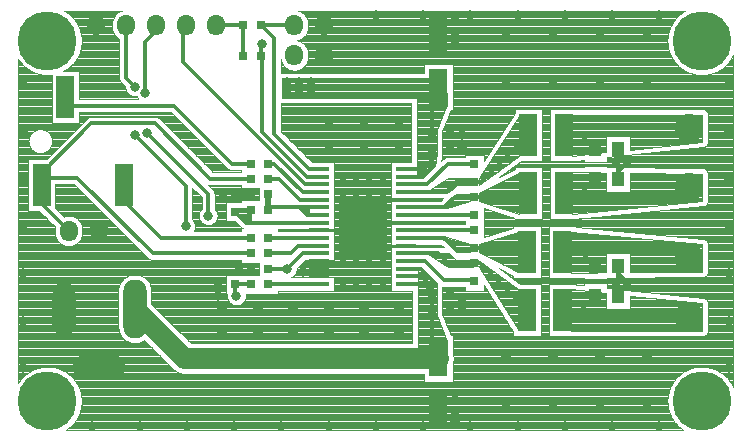
<source format=gbr>
G04 DipTrace 3.1.0.1*
G04 TPA3128D2route.Top.gbr*
%MOIN*%
G04 #@! TF.FileFunction,Copper,L1,Top*
G04 #@! TF.Part,Single*
G04 #@! TA.AperFunction,Conductor*
%ADD14C,0.011811*%
%ADD15C,0.019685*%
%ADD16C,0.070866*%
G04 #@! TA.AperFunction,CopperBalancing*
%ADD18C,0.003937*%
%ADD20R,0.062992X0.122047*%
%ADD21R,0.031496X0.031496*%
%ADD22R,0.043307X0.051181*%
%ADD23R,0.059055X0.141732*%
G04 #@! TA.AperFunction,ComponentPad*
%ADD24C,0.094488*%
%ADD25O,0.06X0.07*%
%ADD26O,0.07874X0.19685*%
%ADD27O,0.07874X0.177165*%
%ADD28O,0.177165X0.07874*%
%ADD29C,0.19685*%
%ADD30R,0.070866X0.011811*%
%ADD31R,0.161417X0.173228*%
G04 #@! TA.AperFunction,ViaPad*
%ADD33C,0.031496*%
%ADD35C,0.023622*%
%FSLAX26Y26*%
G04*
G70*
G90*
G75*
G01*
G04 Top*
%LPD*%
X1197165Y1260157D2*
D14*
X1063307D1*
X878268Y1445197D1*
X665669D1*
X500315Y1279843D1*
Y1240472D1*
X1197165Y1012126D2*
X870394D1*
X618425Y1264094D1*
X523937D1*
X500315Y1240472D1*
Y1177480D1*
X590866Y1086929D1*
X1716850Y986535D2*
X1777874D1*
X1842835Y921575D1*
X1941260D1*
X1943228Y919606D1*
X1716850Y1140079D2*
X1943228D1*
X1716850Y1088898D2*
X1943228D1*
X1716850Y1242441D2*
X1785748D1*
X1854646Y1311339D1*
X1941260D1*
X1943228Y1309370D1*
X1425512Y1242441D2*
X1380236D1*
X972756Y1649921D1*
Y1763307D1*
X981417Y1771969D1*
X1425512Y1114488D2*
X1181417D1*
X1145984Y1149921D1*
X1197165Y1157795D2*
X1153858D1*
X1145984Y1149921D1*
X1197165Y1208976D2*
X1145984D1*
X2421575Y968819D2*
Y921575D1*
X2413701Y913701D1*
X2421575Y968819D2*
Y945197D1*
X2453071Y913701D1*
X2421575Y870394D2*
Y905827D1*
X2413701Y913701D1*
X2421575Y870394D2*
Y882205D1*
X2453071Y913701D1*
X2421575Y1260157D2*
Y1307402D1*
X2413701Y1315276D1*
X2421575Y1260157D2*
Y1283780D1*
X2453071Y1315276D1*
X2421575Y1358583D2*
Y1323150D1*
X2413701Y1315276D1*
X2421575Y1358583D2*
Y1346772D1*
X2453071Y1315276D1*
X1425512Y1165669D2*
X1358583D1*
X1264094D1*
X1256220Y1157795D1*
X1425512Y1140079D2*
X1384173D1*
X1358583Y1165669D1*
X1256220Y1208976D2*
D15*
Y1157795D1*
X1197165Y1063307D2*
D14*
X897953D1*
X768031Y1193228D1*
Y1240472D1*
X775906D1*
X1197165Y1311339D2*
X1134173D1*
X941260Y1504252D1*
X579055D1*
Y1531811D1*
X1425512Y1037717D2*
X1356614D1*
X1331024Y1012126D1*
X1256220D1*
X1425512Y1063307D2*
X1256220D1*
X1425512Y1293622D2*
X1392047D1*
X1275906Y1409764D1*
Y1728661D1*
X1232598Y1771969D1*
X1342835D1*
X1425512Y1012126D2*
X1370394D1*
X1319213Y960945D1*
X1256220D1*
X1319213D2*
D3*
X1055433Y1138110D2*
Y1208976D1*
X850709Y1413701D1*
X846772Y1547559D2*
Y1716850D1*
X901890Y1771969D1*
X881417D1*
X2236535Y823150D2*
X2299528D1*
X2346772Y870394D1*
X2236535Y823150D2*
Y811339D1*
X2645984D1*
X2657795Y799528D1*
X2240472Y1212913D2*
X2299528D1*
X2346772Y1260157D1*
X2240472Y1212913D2*
Y1201102D1*
X2626299D1*
X2657795Y1232598D1*
X2236535Y1016063D2*
Y1027874D1*
X2626299D1*
X2657795Y996378D1*
X2236535Y1016063D2*
X2299528D1*
X2346772Y968819D1*
X2240472Y1405827D2*
X2299528D1*
X2346772Y1358583D1*
X2657795Y1429449D2*
X2264094D1*
X2240472Y1405827D1*
X1716850Y1012126D2*
X1823150D1*
X1854646Y980630D1*
X1941260D1*
X1943228Y978661D1*
X1962913D1*
X2118425Y823150D1*
X1716850Y1165669D2*
X1842835D1*
X1878268Y1201102D1*
X1941260D1*
X1943228Y1199134D1*
X2108583D1*
X2122362Y1212913D1*
X1716850Y1063307D2*
X1846772D1*
X1882205Y1027874D1*
X1941260D1*
X1943228Y1029843D1*
X2104646D1*
X2118425Y1016063D1*
X1716850Y1216850D2*
X1850709D1*
X1882205Y1248346D1*
X1941260D1*
X1943228Y1250315D1*
X1966850D1*
X2122362Y1405827D1*
X1425512Y909764D2*
X1256220D1*
X1081417Y1771969D2*
X1173543D1*
Y1669606D1*
X1823150Y661732D2*
D16*
X976693D1*
X811339Y827087D1*
X1397953Y1543622D2*
D14*
X1799528D1*
X1823150Y1567244D1*
X1716850Y1293622D2*
X1773937D1*
X1803465Y1323150D1*
Y1354646D1*
X1716850Y1268031D2*
X1771969D1*
X1803465Y1299528D1*
Y1323150D1*
Y1405827D2*
Y1547559D1*
X1823150Y1567244D1*
X1803465Y823150D2*
Y681417D1*
X1823150Y661732D1*
X1803465Y823150D2*
Y874331D1*
X1716850Y909764D2*
X1775906D1*
X1795591Y890079D1*
Y882205D1*
X1803465Y874331D1*
X1716850Y935354D2*
X1766063D1*
X1795591Y905827D1*
Y882205D1*
X1716850Y960945D2*
X1764094D1*
X1803465Y921575D1*
Y874331D1*
X1425512Y1191260D2*
X1360551D1*
X1291654Y1260157D1*
X1256220D1*
X1425512Y1216850D2*
X1370394D1*
X1275906Y1311339D1*
X1256220D1*
X1425512Y1268031D2*
X1386142D1*
X1236535Y1417638D1*
Y1665669D1*
X1232598Y1669606D1*
Y1705039D1*
X1236535Y1708976D1*
X1197165Y909764D2*
X1145984D1*
Y874331D1*
X1149921Y870394D1*
X980630Y1102677D2*
Y1236535D1*
X811339Y1405827D1*
X781417Y1771969D2*
Y1597165D1*
X811339Y1567244D1*
D33*
X455039Y1761732D3*
Y1682992D3*
X2636142Y1761732D3*
Y1682992D3*
X520000Y1797165D3*
Y1643622D3*
X2701102Y1797165D3*
Y1643622D3*
X584961Y1761732D3*
Y1682992D3*
X2766063Y1761732D3*
Y1682992D3*
X2636142Y560945D3*
Y482205D3*
X2701102Y596378D3*
Y442835D3*
X2766063Y560945D3*
Y482205D3*
X455039Y560945D3*
Y482205D3*
X520000Y596378D3*
Y442835D3*
X584961Y560945D3*
Y482205D3*
D35*
X1504252Y1295591D3*
X1547559D3*
X1590866D3*
X1638110D3*
X1504252Y1252283D3*
X1547559D3*
X1590866D3*
X1638110D3*
X1504252Y1208976D3*
X1547559D3*
X1590866D3*
X1638110D3*
X1504252Y1165669D3*
X1547559D3*
X1590866D3*
X1638110D3*
X1504252Y1122362D3*
X1547559D3*
X1590866D3*
X1638110D3*
X1504252Y1079055D3*
X1547559D3*
X1590866D3*
X1638110D3*
X1504252Y1035748D3*
X1547559D3*
X1590866D3*
X1638110D3*
X1504252Y992441D3*
X1547559D3*
X1590866D3*
X1638110D3*
X1504252Y949134D3*
X1547559D3*
X1590866D3*
X1638110D3*
X1504252Y905827D3*
X1547559D3*
X1590866D3*
X1638110D3*
D33*
X1319213Y1582992D3*
Y1543622D3*
X1358583D3*
Y1582992D3*
X1397953D3*
Y1543622D3*
X2413701Y1315276D3*
X2453071D3*
X2413701Y913701D3*
X2453071D3*
X1878268Y1787717D3*
Y1748346D3*
Y1708976D3*
Y523937D3*
Y484567D3*
Y449134D3*
X1901890Y1405827D3*
Y1366457D3*
Y862520D3*
Y823150D3*
X1086929Y870394D3*
X1157795Y964882D3*
X1106614Y1212913D3*
X1149921Y870394D3*
X980630Y1102677D3*
X811339Y1405827D3*
Y1567244D3*
X1319213Y960945D3*
X1055433Y1138110D3*
X850709Y1413701D3*
X846772Y1547559D3*
X1236535Y1708976D3*
X669606Y437323D3*
X827087D3*
X984567D3*
X1142047D3*
X1299528D3*
X1457008D3*
X1614488D3*
X1771969D3*
X1929449D3*
X2086929D3*
X2244409D3*
X2401890D3*
X2559370D3*
X1614488Y1807402D3*
X1771969D3*
X1929449D3*
X2086929D3*
X2244409D3*
X2401890D3*
X2559370D3*
X2791654Y1575118D3*
Y1417638D3*
Y1260157D3*
Y1102677D3*
Y945197D3*
Y787717D3*
Y630236D3*
X437323Y1575118D3*
Y1417638D3*
Y1260157D3*
Y1102677D3*
Y945197D3*
Y787717D3*
Y630236D3*
X1457008Y1437323D3*
X1575118D3*
X1693228D3*
X1457008Y1358583D3*
X1575118D3*
X1693228D3*
X1457008Y827087D3*
X1575118D3*
X1693228D3*
X1457008Y748346D3*
X1575118D3*
X1693228D3*
X1102677Y827087D3*
X1220787D3*
X1338898D3*
X1102677Y748346D3*
X1220787D3*
X1338898D3*
X2047559Y669606D3*
X2205039D3*
X2362520D3*
X2520000D3*
X2047559Y512126D3*
X2205039D3*
X2362520D3*
X2520000D3*
X2047559Y1732598D3*
X2205039D3*
X2362520D3*
X2520000D3*
X2047559Y1575118D3*
X2205039D3*
X2362520D3*
X2520000D3*
X1370394Y949134D3*
X581567Y1817375D2*
D18*
X759237D1*
X1365016D2*
X2639535D1*
X587196Y1813570D2*
X753316D1*
X1370937D2*
X2633906D1*
X592186Y1809764D2*
X748902D1*
X1375351D2*
X2628916D1*
X596669Y1805958D2*
X745427D1*
X1378819D2*
X2624433D1*
X600714Y1802152D2*
X742643D1*
X1381610D2*
X2620388D1*
X604397Y1798346D2*
X740398D1*
X1383856D2*
X2616705D1*
X607758Y1794541D2*
X738614D1*
X1385640D2*
X2613345D1*
X610833Y1790735D2*
X737230D1*
X1387024D2*
X2610269D1*
X613648Y1786929D2*
X736215D1*
X1388039D2*
X2607455D1*
X616239Y1783123D2*
X735530D1*
X1388723D2*
X2604863D1*
X618607Y1779318D2*
X735177D1*
X1389077D2*
X2602495D1*
X620776Y1775512D2*
X735115D1*
X1389131D2*
X2600326D1*
X622760Y1771706D2*
X735115D1*
X1389131D2*
X2598343D1*
X624567Y1767900D2*
X735115D1*
X1389131D2*
X2596536D1*
X626205Y1764094D2*
X735207D1*
X1389046D2*
X2594898D1*
X627681Y1760289D2*
X735607D1*
X1388646D2*
X2593421D1*
X629011Y1756483D2*
X736330D1*
X1387923D2*
X2592091D1*
X630188Y1752677D2*
X737399D1*
X1386855D2*
X2590915D1*
X631218Y1748871D2*
X738837D1*
X1385417D2*
X2589884D1*
X632118Y1745066D2*
X740682D1*
X1383571D2*
X2588985D1*
X632879Y1741260D2*
X742989D1*
X1381257D2*
X2588223D1*
X633502Y1737454D2*
X745865D1*
X1378388D2*
X2587600D1*
X634002Y1733648D2*
X749448D1*
X1374805D2*
X2587101D1*
X634363Y1729843D2*
X754024D1*
X1370230D2*
X2586739D1*
X634602Y1726037D2*
X759214D1*
X1364009D2*
X2586501D1*
X634717Y1722231D2*
X759214D1*
X1353521D2*
X2586385D1*
X634701Y1718425D2*
X759214D1*
X1362940D2*
X2586401D1*
X634555Y1714619D2*
X759214D1*
X1369492D2*
X2586547D1*
X634286Y1710814D2*
X759214D1*
X1374244D2*
X2586816D1*
X633894Y1707008D2*
X759214D1*
X1377942D2*
X2587208D1*
X633364Y1703202D2*
X759214D1*
X1380903D2*
X2587739D1*
X632702Y1699396D2*
X759214D1*
X1383279D2*
X2588400D1*
X631910Y1695591D2*
X759214D1*
X1385186D2*
X2589192D1*
X630987Y1691785D2*
X759214D1*
X1386678D2*
X2590115D1*
X629919Y1687979D2*
X759214D1*
X1387793D2*
X2591184D1*
X628704Y1684173D2*
X759214D1*
X1388562D2*
X2592399D1*
X627343Y1680367D2*
X759214D1*
X1389008D2*
X2593760D1*
X625828Y1676562D2*
X759214D1*
X1389131D2*
X2595275D1*
X624144Y1672756D2*
X759214D1*
X1389131D2*
X2596959D1*
X622298Y1668950D2*
X759214D1*
X1389131D2*
X2598804D1*
X620268Y1665144D2*
X759214D1*
X1389100D2*
X2600834D1*
X2801371D2*
X2805043D1*
X618054Y1661339D2*
X759214D1*
X1388785D2*
X2603049D1*
X2799156D2*
X2805043D1*
X615632Y1657533D2*
X759214D1*
X1388154D2*
X2605471D1*
X2796734D2*
X2805043D1*
X423941Y1653727D2*
X427002D1*
X612994D2*
X759214D1*
X1387185D2*
X2608108D1*
X2794096D2*
X2805043D1*
X423941Y1649921D2*
X429889D1*
X610111D2*
X759214D1*
X1385855D2*
X2610992D1*
X2791213D2*
X2805043D1*
X423941Y1646115D2*
X433027D1*
X606973D2*
X759214D1*
X1298110D2*
X1301545D1*
X1384125D2*
X2614129D1*
X2788076D2*
X2805043D1*
X423941Y1642310D2*
X436464D1*
X603536D2*
X759214D1*
X1298110D2*
X1303721D1*
X1381949D2*
X1775354D1*
X1870945D2*
X2617566D1*
X2784638D2*
X2805043D1*
X423941Y1638504D2*
X440224D1*
X599776D2*
X759214D1*
X1298110D2*
X1306427D1*
X1379242D2*
X1775354D1*
X1870945D2*
X2621326D1*
X2780878D2*
X2805043D1*
X423941Y1634698D2*
X444369D1*
X595631D2*
X759214D1*
X1298110D2*
X1309795D1*
X1375874D2*
X1775354D1*
X1870945D2*
X2625471D1*
X2776734D2*
X2805043D1*
X423941Y1630892D2*
X448967D1*
X591033D2*
X759214D1*
X1298110D2*
X1314055D1*
X1371614D2*
X1775354D1*
X1870945D2*
X2630069D1*
X2772135D2*
X2805043D1*
X423941Y1627087D2*
X454096D1*
X585904D2*
X759214D1*
X1298110D2*
X1319707D1*
X1365962D2*
X1775354D1*
X1870945D2*
X2635198D1*
X2767006D2*
X2805043D1*
X423941Y1623281D2*
X459909D1*
X580091D2*
X759214D1*
X1298110D2*
X1328342D1*
X1357327D2*
X1775354D1*
X1870945D2*
X2641011D1*
X2761193D2*
X2805043D1*
X423941Y1619475D2*
X466622D1*
X573378D2*
X759214D1*
X1298110D2*
X1775354D1*
X1870945D2*
X2647724D1*
X2754480D2*
X2805043D1*
X423941Y1615669D2*
X474642D1*
X624882D2*
X759214D1*
X1298110D2*
X1775354D1*
X1870945D2*
X2655744D1*
X2746460D2*
X2805043D1*
X423941Y1611864D2*
X484861D1*
X624882D2*
X759214D1*
X1870945D2*
X2665964D1*
X2736241D2*
X2805043D1*
X423941Y1608058D2*
X500540D1*
X624882D2*
X759214D1*
X1870945D2*
X2681643D1*
X2720562D2*
X2805043D1*
X423941Y1604252D2*
X533228D1*
X624882D2*
X759214D1*
X1870945D2*
X2805043D1*
X423941Y1600446D2*
X533228D1*
X624882D2*
X759214D1*
X1870945D2*
X2805043D1*
X423941Y1596640D2*
X533228D1*
X624882D2*
X759222D1*
X1870945D2*
X2805043D1*
X423941Y1592835D2*
X533228D1*
X624882D2*
X759645D1*
X1870945D2*
X2805043D1*
X423941Y1589029D2*
X533228D1*
X624882D2*
X760790D1*
X1870945D2*
X2805043D1*
X423941Y1585223D2*
X533228D1*
X624882D2*
X762774D1*
X1870945D2*
X2805043D1*
X423941Y1581417D2*
X533228D1*
X624882D2*
X765927D1*
X1870945D2*
X2805043D1*
X423941Y1577612D2*
X533228D1*
X624882D2*
X769733D1*
X1870945D2*
X2805043D1*
X423941Y1573806D2*
X533228D1*
X624882D2*
X773539D1*
X1870945D2*
X2805043D1*
X423941Y1570000D2*
X533228D1*
X624882D2*
X777346D1*
X1870945D2*
X2805043D1*
X423941Y1566194D2*
X533228D1*
X624882D2*
X779307D1*
X1870945D2*
X2805043D1*
X423941Y1562388D2*
X533228D1*
X624882D2*
X779668D1*
X1870945D2*
X2805043D1*
X423941Y1558583D2*
X533228D1*
X624882D2*
X780498D1*
X1870945D2*
X2805043D1*
X423941Y1554777D2*
X533228D1*
X624882D2*
X781852D1*
X1870945D2*
X2805043D1*
X423941Y1550971D2*
X533228D1*
X624882D2*
X783797D1*
X1870945D2*
X2805043D1*
X423941Y1547165D2*
X533228D1*
X624882D2*
X786473D1*
X1870945D2*
X2805043D1*
X423941Y1543360D2*
X533228D1*
X624882D2*
X790172D1*
X1870945D2*
X2805043D1*
X423941Y1539554D2*
X533228D1*
X624882D2*
X795608D1*
X1870945D2*
X2805043D1*
X423941Y1535748D2*
X533228D1*
X624882D2*
X807788D1*
X814889D2*
X817008D1*
X1870945D2*
X2805043D1*
X423941Y1531942D2*
X533228D1*
X624882D2*
X818846D1*
X1870945D2*
X2805043D1*
X423941Y1528136D2*
X533228D1*
X624882D2*
X821383D1*
X1870945D2*
X2805043D1*
X423941Y1524331D2*
X533228D1*
X1870945D2*
X2805043D1*
X423941Y1520525D2*
X533228D1*
X1870945D2*
X2805043D1*
X423941Y1516719D2*
X533228D1*
X1870945D2*
X2805043D1*
X423941Y1512913D2*
X533228D1*
X1870945D2*
X2805043D1*
X423941Y1509108D2*
X533228D1*
X1298110D2*
X1732047D1*
X1870945D2*
X2805043D1*
X423941Y1505302D2*
X533228D1*
X1298110D2*
X1732047D1*
X1870945D2*
X2805043D1*
X423941Y1501496D2*
X533228D1*
X1298110D2*
X1732047D1*
X1870945D2*
X2805043D1*
X423941Y1497690D2*
X533228D1*
X1298110D2*
X1732047D1*
X1870945D2*
X2805043D1*
X423941Y1493885D2*
X533228D1*
X1298110D2*
X1732047D1*
X1870945D2*
X2805043D1*
X423941Y1490079D2*
X533228D1*
X1298110D2*
X1732047D1*
X1864817D2*
X2076535D1*
X2168189D2*
X2194646D1*
X2714026D2*
X2805043D1*
X423941Y1486273D2*
X533228D1*
X1298110D2*
X1732047D1*
X1863256D2*
X2076535D1*
X2168189D2*
X2194646D1*
X2718132D2*
X2805043D1*
X423941Y1482467D2*
X533228D1*
X1298110D2*
X1732047D1*
X1861702D2*
X2076535D1*
X2168189D2*
X2194646D1*
X2720255D2*
X2805043D1*
X423941Y1478661D2*
X533228D1*
X624882D2*
X935610D1*
X1298110D2*
X1732047D1*
X1860141D2*
X2076535D1*
X2168189D2*
X2194646D1*
X2721216D2*
X2805043D1*
X423941Y1474856D2*
X533228D1*
X624882D2*
X939417D1*
X1298110D2*
X1732047D1*
X1858588D2*
X2074267D1*
X2168189D2*
X2194646D1*
X2721339D2*
X2805043D1*
X423941Y1471050D2*
X533228D1*
X624882D2*
X943223D1*
X1298110D2*
X1732047D1*
X1857035D2*
X2071799D1*
X2168189D2*
X2194646D1*
X2721339D2*
X2805043D1*
X423941Y1467244D2*
X533228D1*
X624882D2*
X947029D1*
X1298110D2*
X1732047D1*
X1855474D2*
X2069330D1*
X2168189D2*
X2194646D1*
X2721339D2*
X2805043D1*
X423941Y1463438D2*
X533228D1*
X624882D2*
X653315D1*
X890622D2*
X950836D1*
X1298110D2*
X1732047D1*
X1853921D2*
X2066862D1*
X2168189D2*
X2194646D1*
X2721339D2*
X2805043D1*
X423941Y1459633D2*
X533228D1*
X624882D2*
X648862D1*
X895075D2*
X954642D1*
X1298110D2*
X1732047D1*
X1852360D2*
X2064401D1*
X2168189D2*
X2194646D1*
X2721339D2*
X2805043D1*
X423941Y1455827D2*
X533228D1*
X624882D2*
X645056D1*
X898881D2*
X958448D1*
X1298110D2*
X1732047D1*
X1850806D2*
X2061933D1*
X2168189D2*
X2194646D1*
X2721339D2*
X2805043D1*
X423941Y1452021D2*
X533228D1*
X624882D2*
X641258D1*
X902679D2*
X962254D1*
X1298110D2*
X1732047D1*
X1849245D2*
X2059465D1*
X2168189D2*
X2194646D1*
X2721339D2*
X2805043D1*
X423941Y1448215D2*
X533228D1*
X624882D2*
X637451D1*
X906486D2*
X966061D1*
X1298110D2*
X1732047D1*
X1847692D2*
X2056996D1*
X2168189D2*
X2194646D1*
X2721339D2*
X2805043D1*
X423941Y1444409D2*
X633645D1*
X910292D2*
X969867D1*
X1298110D2*
X1732047D1*
X1846131D2*
X2054528D1*
X2168189D2*
X2194646D1*
X2721339D2*
X2805043D1*
X423941Y1440604D2*
X629839D1*
X914098D2*
X973666D1*
X1298110D2*
X1732047D1*
X1844578D2*
X2052067D1*
X2168189D2*
X2194646D1*
X2721339D2*
X2805043D1*
X423941Y1436798D2*
X626032D1*
X917905D2*
X977472D1*
X1298110D2*
X1732047D1*
X1843017D2*
X2049599D1*
X2168189D2*
X2194646D1*
X2721339D2*
X2805043D1*
X423941Y1432992D2*
X622226D1*
X921711D2*
X981278D1*
X1298110D2*
X1732047D1*
X1841464D2*
X2047131D1*
X2168189D2*
X2194646D1*
X2721339D2*
X2805043D1*
X423941Y1429186D2*
X618420D1*
X925517D2*
X985084D1*
X1298110D2*
X1732047D1*
X1839903D2*
X2044662D1*
X2168189D2*
X2194646D1*
X2721339D2*
X2805043D1*
X423941Y1425381D2*
X491213D1*
X501543D2*
X614614D1*
X929323D2*
X988891D1*
X1298110D2*
X1732047D1*
X1838349D2*
X2042194D1*
X2168189D2*
X2194646D1*
X2721339D2*
X2805043D1*
X423941Y1421575D2*
X478464D1*
X514292D2*
X610807D1*
X933130D2*
X992697D1*
X1298110D2*
X1732047D1*
X1836788D2*
X2039733D1*
X2168189D2*
X2194646D1*
X2721339D2*
X2805043D1*
X423941Y1417769D2*
X472274D1*
X520482D2*
X607001D1*
X936936D2*
X996503D1*
X1299141D2*
X1732047D1*
X1835512D2*
X2037265D1*
X2168189D2*
X2194646D1*
X2721339D2*
X2805043D1*
X423941Y1413963D2*
X467906D1*
X524850D2*
X603195D1*
X940742D2*
X1000310D1*
X1302947D2*
X1732047D1*
X1835512D2*
X2034797D1*
X2168189D2*
X2194646D1*
X2721339D2*
X2805043D1*
X423941Y1410157D2*
X464592D1*
X528164D2*
X599388D1*
X944549D2*
X1004116D1*
X1306753D2*
X1732047D1*
X1835512D2*
X2032329D1*
X2168189D2*
X2194646D1*
X2721339D2*
X2805043D1*
X423941Y1406352D2*
X462016D1*
X530740D2*
X595582D1*
X948355D2*
X1007922D1*
X1310560D2*
X1732047D1*
X1835512D2*
X2029860D1*
X2168189D2*
X2194646D1*
X2721339D2*
X2805043D1*
X423941Y1402546D2*
X460024D1*
X532731D2*
X591776D1*
X952161D2*
X1011728D1*
X1314366D2*
X1732047D1*
X1835512D2*
X2027400D1*
X2168189D2*
X2194646D1*
X2721339D2*
X2805043D1*
X423941Y1398740D2*
X458517D1*
X534239D2*
X587970D1*
X955967D2*
X1015535D1*
X1318172D2*
X1732047D1*
X1835512D2*
X2024931D1*
X2168189D2*
X2194646D1*
X2721339D2*
X2805043D1*
X423941Y1394934D2*
X457448D1*
X535307D2*
X584171D1*
X959766D2*
X1019341D1*
X1321971D2*
X1732047D1*
X1835512D2*
X2022463D1*
X2168189D2*
X2194646D1*
X2721339D2*
X2805043D1*
X423941Y1391129D2*
X456772D1*
X535984D2*
X580365D1*
X963572D2*
X1023147D1*
X1325777D2*
X1732047D1*
X1835512D2*
X2019995D1*
X2168189D2*
X2194646D1*
X2721339D2*
X2805043D1*
X423941Y1387323D2*
X456472D1*
X536284D2*
X576558D1*
X967379D2*
X1026954D1*
X1329583D2*
X1732047D1*
X1835512D2*
X2017526D1*
X2168189D2*
X2194646D1*
X2721339D2*
X2805043D1*
X423941Y1383517D2*
X456541D1*
X536215D2*
X572752D1*
X971185D2*
X1030752D1*
X1333390D2*
X1732047D1*
X1835512D2*
X2015066D1*
X2168189D2*
X2194646D1*
X2721339D2*
X2805043D1*
X423941Y1379711D2*
X456979D1*
X535776D2*
X568946D1*
X974991D2*
X1034558D1*
X1337196D2*
X1732047D1*
X1835512D2*
X2012597D1*
X2168189D2*
X2194646D1*
X2721139D2*
X2805043D1*
X423941Y1375906D2*
X457802D1*
X534954D2*
X565139D1*
X978798D2*
X1038365D1*
X1341002D2*
X1732047D1*
X1835512D2*
X2010129D1*
X2168189D2*
X2194646D1*
X2720039D2*
X2805043D1*
X423941Y1372100D2*
X459033D1*
X533723D2*
X561333D1*
X982604D2*
X1042171D1*
X1344809D2*
X1732047D1*
X1835512D2*
X2007661D1*
X2168189D2*
X2194646D1*
X2717717D2*
X2805043D1*
X423941Y1368294D2*
X460717D1*
X532039D2*
X557527D1*
X986410D2*
X1045977D1*
X1348615D2*
X1732047D1*
X1835512D2*
X2005200D1*
X2168189D2*
X2194646D1*
X2713142D2*
X2805043D1*
X423941Y1364488D2*
X462916D1*
X529840D2*
X553721D1*
X990216D2*
X1049784D1*
X1352421D2*
X1732047D1*
X1835512D2*
X2002732D1*
X2168189D2*
X2194646D1*
X2689535D2*
X2805043D1*
X423941Y1360682D2*
X465745D1*
X527010D2*
X549914D1*
X994023D2*
X1053590D1*
X1356227D2*
X1732047D1*
X1835512D2*
X2000263D1*
X2168189D2*
X2194646D1*
X2654333D2*
X2805043D1*
X423941Y1356877D2*
X469413D1*
X523343D2*
X546108D1*
X997829D2*
X1057396D1*
X1360034D2*
X1732047D1*
X1835512D2*
X1997795D1*
X2168189D2*
X2194646D1*
X2619130D2*
X2805043D1*
X423941Y1353071D2*
X474335D1*
X518421D2*
X542302D1*
X1001635D2*
X1061202D1*
X1363840D2*
X1732047D1*
X1835512D2*
X1995327D1*
X2168189D2*
X2194646D1*
X2583928D2*
X2805043D1*
X423941Y1349265D2*
X481755D1*
X511001D2*
X538495D1*
X1005442D2*
X1065009D1*
X1367646D2*
X1732047D1*
X1835512D2*
X1992866D1*
X2168189D2*
X2194646D1*
X2548726D2*
X2805043D1*
X423941Y1345459D2*
X534689D1*
X1009248D2*
X1068815D1*
X1371453D2*
X1732047D1*
X1835512D2*
X1990398D1*
X2168189D2*
X2194646D1*
X2513523D2*
X2805043D1*
X423941Y1341654D2*
X530883D1*
X1013054D2*
X1072621D1*
X1375259D2*
X1732047D1*
X1835512D2*
X1987930D1*
X2168189D2*
X2194646D1*
X2478321D2*
X2805043D1*
X423941Y1337848D2*
X527084D1*
X1016853D2*
X1076428D1*
X1379057D2*
X1732047D1*
X1835512D2*
X1911181D1*
X1975276D2*
X1985461D1*
X2168189D2*
X2194646D1*
X2443118D2*
X2805043D1*
X423941Y1334042D2*
X523278D1*
X1020659D2*
X1080234D1*
X1382864D2*
X1732047D1*
X1835512D2*
X1911181D1*
X1975276D2*
X1982993D1*
X2168189D2*
X2194646D1*
X2407908D2*
X2805043D1*
X423941Y1330236D2*
X519472D1*
X1024465D2*
X1084040D1*
X1386670D2*
X1732047D1*
X1835512D2*
X1843360D1*
X1975276D2*
X1980532D1*
X2168189D2*
X2194646D1*
X2384725D2*
X2805043D1*
X423941Y1326430D2*
X454488D1*
X1028272D2*
X1087839D1*
X1390476D2*
X1732047D1*
X1835512D2*
X1838497D1*
X1975276D2*
X1978068D1*
X2168189D2*
X2194646D1*
X2384725D2*
X2805043D1*
X423941Y1322625D2*
X454488D1*
X1032078D2*
X1091645D1*
X1394283D2*
X1732047D1*
X2168189D2*
X2194646D1*
X2302301D2*
X2308819D1*
X2384725D2*
X2805043D1*
X423941Y1318819D2*
X454488D1*
X1035884D2*
X1095451D1*
X1398089D2*
X1732047D1*
X2099960D2*
X2308819D1*
X2384725D2*
X2805043D1*
X423941Y1315013D2*
X454488D1*
X1039690D2*
X1099258D1*
X1477244D2*
X1665118D1*
X2094632D2*
X2805043D1*
X423941Y1311207D2*
X454488D1*
X1043497D2*
X1103064D1*
X1477244D2*
X1665118D1*
X2089311D2*
X2805043D1*
X423941Y1307402D2*
X454488D1*
X1047303D2*
X1106870D1*
X1477244D2*
X1665118D1*
X2083982D2*
X2805043D1*
X423941Y1303596D2*
X454488D1*
X1051109D2*
X1110677D1*
X1477244D2*
X1665118D1*
X2078653D2*
X2805043D1*
X423941Y1299790D2*
X454488D1*
X1054916D2*
X1114483D1*
X1477244D2*
X1665118D1*
X2073324D2*
X2308819D1*
X2384725D2*
X2805043D1*
X423941Y1295984D2*
X454488D1*
X1058722D2*
X1118289D1*
X1477244D2*
X1665118D1*
X2067995D2*
X2076535D1*
X2168189D2*
X2194646D1*
X2679293D2*
X2805043D1*
X423941Y1292178D2*
X454488D1*
X1062528D2*
X1123356D1*
X1477244D2*
X1665118D1*
X2062667D2*
X2075966D1*
X2168189D2*
X2194646D1*
X2715472D2*
X2805043D1*
X423941Y1288373D2*
X454488D1*
X1066334D2*
X1165118D1*
X1477244D2*
X1665118D1*
X2057338D2*
X2068561D1*
X2168189D2*
X2194646D1*
X2718855D2*
X2805043D1*
X423941Y1284567D2*
X454488D1*
X1070141D2*
X1165118D1*
X1477244D2*
X1665118D1*
X2052009D2*
X2061164D1*
X2168189D2*
X2194646D1*
X2720624D2*
X2805043D1*
X423941Y1280761D2*
X454488D1*
X1477244D2*
X1665118D1*
X2046680D2*
X2053759D1*
X2168189D2*
X2194646D1*
X2721316D2*
X2805043D1*
X423941Y1276955D2*
X454488D1*
X1477244D2*
X1665118D1*
X2041351D2*
X2046362D1*
X2168189D2*
X2194646D1*
X2721339D2*
X2805043D1*
X423941Y1273150D2*
X454488D1*
X1477244D2*
X1665118D1*
X2036030D2*
X2038965D1*
X2168189D2*
X2194646D1*
X2721339D2*
X2805043D1*
X423941Y1269344D2*
X454488D1*
X1477244D2*
X1665118D1*
X2168189D2*
X2194646D1*
X2721339D2*
X2805043D1*
X423941Y1265538D2*
X454488D1*
X1477244D2*
X1665118D1*
X2168189D2*
X2194646D1*
X2721339D2*
X2805043D1*
X423941Y1261732D2*
X454488D1*
X1477244D2*
X1665118D1*
X2168189D2*
X2194646D1*
X2721339D2*
X2805043D1*
X423941Y1257927D2*
X454488D1*
X1477244D2*
X1665118D1*
X2168189D2*
X2194646D1*
X2721339D2*
X2805043D1*
X423941Y1254121D2*
X454488D1*
X1477244D2*
X1665118D1*
X2168189D2*
X2194646D1*
X2721339D2*
X2805043D1*
X423941Y1250315D2*
X454488D1*
X1477244D2*
X1665118D1*
X2168189D2*
X2194646D1*
X2721339D2*
X2805043D1*
X423941Y1246509D2*
X454488D1*
X1477244D2*
X1665118D1*
X2168189D2*
X2194646D1*
X2721339D2*
X2805043D1*
X423941Y1242703D2*
X454488D1*
X1477244D2*
X1665118D1*
X2168189D2*
X2194646D1*
X2721339D2*
X2805043D1*
X423941Y1238898D2*
X454488D1*
X546142D2*
X612384D1*
X1477244D2*
X1665118D1*
X2168189D2*
X2194646D1*
X2721339D2*
X2805043D1*
X423941Y1235092D2*
X454488D1*
X546142D2*
X616190D1*
X1060560D2*
X1165118D1*
X1477244D2*
X1665118D1*
X2168189D2*
X2194646D1*
X2721339D2*
X2805043D1*
X423941Y1231286D2*
X454488D1*
X546142D2*
X619996D1*
X1064366D2*
X1165118D1*
X1477244D2*
X1665118D1*
X2168189D2*
X2194646D1*
X2721339D2*
X2805043D1*
X423941Y1227480D2*
X454488D1*
X546142D2*
X623802D1*
X1002835D2*
X1005687D1*
X1068165D2*
X1224173D1*
X1477244D2*
X1665118D1*
X2168189D2*
X2194646D1*
X2721339D2*
X2805043D1*
X423941Y1223675D2*
X454488D1*
X546142D2*
X627609D1*
X1002835D2*
X1009498D1*
X1071940D2*
X1224173D1*
X1477244D2*
X1665118D1*
X2168189D2*
X2194646D1*
X2721339D2*
X2805043D1*
X423941Y1219869D2*
X454488D1*
X546142D2*
X631415D1*
X1002835D2*
X1013305D1*
X1074724D2*
X1224173D1*
X1477244D2*
X1665118D1*
X2168189D2*
X2194646D1*
X2721339D2*
X2805043D1*
X423941Y1216063D2*
X454488D1*
X546142D2*
X635214D1*
X1002835D2*
X1017111D1*
X1076454D2*
X1224173D1*
X1477244D2*
X1665118D1*
X2168189D2*
X2194646D1*
X2721339D2*
X2805043D1*
X423941Y1212257D2*
X454488D1*
X546142D2*
X639020D1*
X1002835D2*
X1020910D1*
X1077392D2*
X1224173D1*
X1477244D2*
X1665118D1*
X2168189D2*
X2194646D1*
X2721339D2*
X2805043D1*
X423941Y1208451D2*
X454488D1*
X546142D2*
X642826D1*
X1002835D2*
X1024716D1*
X1077638D2*
X1224173D1*
X1477244D2*
X1665118D1*
X2168189D2*
X2194646D1*
X2721339D2*
X2805043D1*
X423941Y1204646D2*
X454488D1*
X546142D2*
X646632D1*
X1002835D2*
X1028522D1*
X1077638D2*
X1224173D1*
X1477244D2*
X1665118D1*
X2168189D2*
X2194646D1*
X2721339D2*
X2805043D1*
X423941Y1200840D2*
X454488D1*
X546142D2*
X650439D1*
X1002835D2*
X1032329D1*
X1077638D2*
X1224173D1*
X1477244D2*
X1665118D1*
X2168189D2*
X2194646D1*
X2721339D2*
X2805043D1*
X423941Y1197034D2*
X454488D1*
X546142D2*
X654245D1*
X1002835D2*
X1033228D1*
X1077638D2*
X1224173D1*
X1477244D2*
X1665118D1*
X2168189D2*
X2194646D1*
X2721339D2*
X2805043D1*
X423941Y1193228D2*
X454488D1*
X546142D2*
X658051D1*
X1002835D2*
X1033228D1*
X1077638D2*
X1224173D1*
X1477244D2*
X1836801D1*
X2168189D2*
X2194646D1*
X2721339D2*
X2805043D1*
X423941Y1189423D2*
X454488D1*
X546142D2*
X661858D1*
X1002835D2*
X1033228D1*
X1077638D2*
X1165118D1*
X1477244D2*
X1832648D1*
X2168189D2*
X2194646D1*
X2721339D2*
X2805043D1*
X423941Y1185617D2*
X454488D1*
X546142D2*
X665664D1*
X1002835D2*
X1033228D1*
X1077638D2*
X1165118D1*
X1477244D2*
X1665118D1*
X2168189D2*
X2194646D1*
X2721339D2*
X2805043D1*
X423941Y1181811D2*
X454488D1*
X546142D2*
X669470D1*
X1002835D2*
X1033228D1*
X1077638D2*
X1165118D1*
X1477244D2*
X1665118D1*
X2168189D2*
X2194646D1*
X2720939D2*
X2805043D1*
X423941Y1178005D2*
X454488D1*
X546142D2*
X673276D1*
X1002835D2*
X1033228D1*
X1077638D2*
X1113937D1*
X1477244D2*
X1665118D1*
X2168189D2*
X2194646D1*
X2719539D2*
X2805043D1*
X423941Y1174199D2*
X454488D1*
X546142D2*
X677083D1*
X1002835D2*
X1033228D1*
X1077638D2*
X1113937D1*
X1477244D2*
X1665118D1*
X2168189D2*
X2194646D1*
X2716771D2*
X2805043D1*
X423941Y1170394D2*
X454488D1*
X546142D2*
X680889D1*
X1002835D2*
X1033228D1*
X1077638D2*
X1113937D1*
X1477244D2*
X1665118D1*
X2168189D2*
X2194646D1*
X2710835D2*
X2805043D1*
X423941Y1166588D2*
X454488D1*
X546142D2*
X684695D1*
X1002835D2*
X1033228D1*
X1077638D2*
X1113937D1*
X1477244D2*
X1665118D1*
X2168189D2*
X2194646D1*
X2677355D2*
X2805043D1*
X423941Y1162782D2*
X454488D1*
X546250D2*
X688502D1*
X1002835D2*
X1033228D1*
X1077638D2*
X1113937D1*
X1477244D2*
X1665118D1*
X2168189D2*
X2194646D1*
X2638946D2*
X2805043D1*
X423941Y1158976D2*
X454488D1*
X550056D2*
X692300D1*
X1002835D2*
X1031237D1*
X1079630D2*
X1113937D1*
X1477244D2*
X1665118D1*
X1975276D2*
X1987491D1*
X2168189D2*
X2194646D1*
X2600545D2*
X2805043D1*
X423941Y1155171D2*
X454488D1*
X553862D2*
X696107D1*
X1002835D2*
X1028376D1*
X1082490D2*
X1113937D1*
X1477244D2*
X1665118D1*
X1975276D2*
X1999602D1*
X2168189D2*
X2194646D1*
X2562144D2*
X2805043D1*
X423941Y1151365D2*
X495188D1*
X557668D2*
X699913D1*
X1002835D2*
X1026292D1*
X1084574D2*
X1113937D1*
X1477244D2*
X1665118D1*
X1975276D2*
X2011713D1*
X2168189D2*
X2194646D1*
X2523735D2*
X2805043D1*
X423941Y1147559D2*
X498995D1*
X561475D2*
X703719D1*
X1002835D2*
X1024831D1*
X1086035D2*
X1113937D1*
X1477244D2*
X1665118D1*
X1975276D2*
X2023824D1*
X2168189D2*
X2194646D1*
X2485334D2*
X2805043D1*
X423941Y1143753D2*
X502801D1*
X565281D2*
X707525D1*
X1002835D2*
X1023893D1*
X1086973D2*
X1113937D1*
X1477244D2*
X1665118D1*
X1975276D2*
X2035935D1*
X2168189D2*
X2194646D1*
X2446932D2*
X2805043D1*
X423941Y1139948D2*
X506607D1*
X569087D2*
X711332D1*
X1002835D2*
X1023439D1*
X1087427D2*
X1113937D1*
X1477244D2*
X1665118D1*
X1975276D2*
X2048038D1*
X2168189D2*
X2194646D1*
X2408523D2*
X2805043D1*
X423941Y1136142D2*
X510414D1*
X572894D2*
X578119D1*
X603613D2*
X715138D1*
X1002835D2*
X1023447D1*
X1087419D2*
X1113937D1*
X1477244D2*
X1665118D1*
X1975276D2*
X2060149D1*
X2168189D2*
X2194646D1*
X2370122D2*
X2805043D1*
X423941Y1132336D2*
X514220D1*
X613048D2*
X718944D1*
X1002835D2*
X1023916D1*
X1086950D2*
X1113937D1*
X1477244D2*
X1665118D1*
X1975276D2*
X2072260D1*
X2168189D2*
X2194646D1*
X2331721D2*
X2805043D1*
X423941Y1128530D2*
X518026D1*
X618969D2*
X722751D1*
X1002835D2*
X1024870D1*
X1085996D2*
X1113937D1*
X1477244D2*
X1665118D1*
X1975276D2*
X2076535D1*
X2168189D2*
X2194646D1*
X2293312D2*
X2805043D1*
X423941Y1124724D2*
X521832D1*
X623383D2*
X726557D1*
X1003734D2*
X1026354D1*
X1084512D2*
X1113937D1*
X1477244D2*
X1665118D1*
X1975276D2*
X2805043D1*
X423941Y1120919D2*
X525639D1*
X626851D2*
X730363D1*
X1006895D2*
X1028461D1*
X1082405D2*
X1113937D1*
X1477244D2*
X1665118D1*
X1975276D2*
X2805043D1*
X423941Y1117113D2*
X529445D1*
X629642D2*
X734169D1*
X1009194D2*
X1031352D1*
X1079514D2*
X1147555D1*
X1477244D2*
X1911181D1*
X1975276D2*
X2805043D1*
X423941Y1113307D2*
X533251D1*
X631887D2*
X737976D1*
X1010840D2*
X1035374D1*
X1075493D2*
X1151361D1*
X1477244D2*
X1911181D1*
X1975276D2*
X2805043D1*
X423941Y1109501D2*
X537058D1*
X633671D2*
X741782D1*
X1011931D2*
X1041494D1*
X1069372D2*
X1155168D1*
X1477244D2*
X1665118D1*
X1975276D2*
X2805043D1*
X423941Y1105696D2*
X540864D1*
X635055D2*
X745588D1*
X1012531D2*
X1158974D1*
X1477244D2*
X1665118D1*
X1975276D2*
X2805043D1*
X423941Y1101890D2*
X544662D1*
X636070D2*
X749387D1*
X1012670D2*
X1162773D1*
X1477244D2*
X1665118D1*
X1975276D2*
X2072598D1*
X2164252D2*
X2190709D1*
X2282362D2*
X2805043D1*
X423941Y1098084D2*
X544978D1*
X636755D2*
X753193D1*
X1012339D2*
X1166648D1*
X1477244D2*
X1665118D1*
X1975276D2*
X2072598D1*
X2164252D2*
X2190709D1*
X2313635D2*
X2805043D1*
X423941Y1094278D2*
X544624D1*
X637108D2*
X756999D1*
X1011539D2*
X1165118D1*
X1477244D2*
X1665118D1*
X1975276D2*
X2061518D1*
X2164252D2*
X2190709D1*
X2352390D2*
X2805043D1*
X423941Y1090472D2*
X544570D1*
X637162D2*
X760806D1*
X1010232D2*
X1165118D1*
X1288268D2*
X1665118D1*
X1975276D2*
X2049753D1*
X2164252D2*
X2190709D1*
X2391138D2*
X2805043D1*
X423941Y1086667D2*
X544570D1*
X637162D2*
X764612D1*
X1008333D2*
X1165118D1*
X1288268D2*
X1665118D1*
X1975276D2*
X2037988D1*
X2164252D2*
X2190709D1*
X2429885D2*
X2805043D1*
X423941Y1082861D2*
X544570D1*
X637162D2*
X768418D1*
X1477244D2*
X1665118D1*
X1975276D2*
X2026223D1*
X2164252D2*
X2190709D1*
X2468640D2*
X2805043D1*
X423941Y1079055D2*
X544655D1*
X637078D2*
X772225D1*
X1477244D2*
X1665118D1*
X1975276D2*
X2014466D1*
X2164252D2*
X2190709D1*
X2507387D2*
X2805043D1*
X423941Y1075249D2*
X545055D1*
X636678D2*
X776031D1*
X1477244D2*
X1665118D1*
X1975276D2*
X2002701D1*
X2164252D2*
X2190709D1*
X2546134D2*
X2805043D1*
X423941Y1071444D2*
X545777D1*
X635955D2*
X779837D1*
X1477244D2*
X1665118D1*
X1975276D2*
X1990936D1*
X2164252D2*
X2190709D1*
X2584889D2*
X2805043D1*
X423941Y1067638D2*
X546846D1*
X634886D2*
X783643D1*
X1477244D2*
X1665118D1*
X1975276D2*
X1979171D1*
X2164252D2*
X2190709D1*
X2623636D2*
X2805043D1*
X423941Y1063832D2*
X548284D1*
X633448D2*
X787450D1*
X1477244D2*
X1665118D1*
X2164252D2*
X2190709D1*
X2662384D2*
X2805043D1*
X423941Y1060026D2*
X550130D1*
X631603D2*
X791256D1*
X1477244D2*
X1665118D1*
X2164252D2*
X2190709D1*
X2701139D2*
X2805043D1*
X423941Y1056220D2*
X552444D1*
X629288D2*
X795062D1*
X1477244D2*
X1665118D1*
X2164252D2*
X2190709D1*
X2715141D2*
X2805043D1*
X423941Y1052415D2*
X555312D1*
X626420D2*
X798869D1*
X1477244D2*
X1665118D1*
X2164252D2*
X2190709D1*
X2718686D2*
X2805043D1*
X423941Y1048609D2*
X558896D1*
X622837D2*
X802675D1*
X1477244D2*
X1665118D1*
X2164252D2*
X2190709D1*
X2720539D2*
X2805043D1*
X423941Y1044803D2*
X563471D1*
X618261D2*
X806473D1*
X1477244D2*
X1665118D1*
X2164252D2*
X2190709D1*
X2721293D2*
X2805043D1*
X423941Y1040997D2*
X569692D1*
X612041D2*
X810280D1*
X1477244D2*
X1831072D1*
X2164252D2*
X2190709D1*
X2721339D2*
X2805043D1*
X423941Y1037192D2*
X580180D1*
X601552D2*
X814086D1*
X1477244D2*
X1835224D1*
X2164252D2*
X2190709D1*
X2721339D2*
X2805043D1*
X423941Y1033386D2*
X817892D1*
X1477244D2*
X1665118D1*
X1828415D2*
X1839377D1*
X2164252D2*
X2190709D1*
X2721339D2*
X2805043D1*
X423941Y1029580D2*
X821699D1*
X1477244D2*
X1665118D1*
X2164252D2*
X2190709D1*
X2721339D2*
X2805043D1*
X423941Y1025774D2*
X825505D1*
X1477244D2*
X1665118D1*
X2164252D2*
X2190709D1*
X2721339D2*
X2805043D1*
X423941Y1021969D2*
X829311D1*
X1477244D2*
X1665118D1*
X2164252D2*
X2190709D1*
X2721339D2*
X2805043D1*
X423941Y1018163D2*
X833117D1*
X1477244D2*
X1665118D1*
X2164252D2*
X2190709D1*
X2721339D2*
X2805043D1*
X423941Y1014357D2*
X836924D1*
X1477244D2*
X1665118D1*
X2164252D2*
X2190709D1*
X2721339D2*
X2805043D1*
X423941Y1010551D2*
X840730D1*
X1477244D2*
X1665118D1*
X2164252D2*
X2190709D1*
X2721339D2*
X2805043D1*
X423941Y1006745D2*
X844536D1*
X1477244D2*
X1665118D1*
X2164252D2*
X2190709D1*
X2721339D2*
X2805043D1*
X423941Y1002940D2*
X848343D1*
X1477244D2*
X1665118D1*
X2164252D2*
X2190709D1*
X2721339D2*
X2805043D1*
X423941Y999134D2*
X852149D1*
X1477244D2*
X1665118D1*
X2164252D2*
X2190709D1*
X2721339D2*
X2805043D1*
X423941Y995328D2*
X856086D1*
X1477244D2*
X1665118D1*
X2164252D2*
X2190709D1*
X2721339D2*
X2805043D1*
X423941Y991522D2*
X862845D1*
X1477244D2*
X1665118D1*
X2164252D2*
X2190709D1*
X2721339D2*
X2805043D1*
X423941Y987717D2*
X1165118D1*
X1377220D2*
X1665118D1*
X2164252D2*
X2190709D1*
X2721339D2*
X2805043D1*
X423941Y983911D2*
X1165118D1*
X1373421D2*
X1665118D1*
X2164252D2*
X2190709D1*
X2721339D2*
X2805043D1*
X423941Y980105D2*
X1224173D1*
X1369615D2*
X1665118D1*
X2164252D2*
X2190709D1*
X2721339D2*
X2805043D1*
X423941Y976299D2*
X1224173D1*
X1365808D2*
X1665118D1*
X2164252D2*
X2190709D1*
X2721339D2*
X2805043D1*
X423941Y972493D2*
X1224173D1*
X1362002D2*
X1665118D1*
X2164252D2*
X2190709D1*
X2721339D2*
X2805043D1*
X423941Y968688D2*
X1224173D1*
X1358196D2*
X1665118D1*
X2164252D2*
X2190709D1*
X2721339D2*
X2805043D1*
X423941Y964882D2*
X1224173D1*
X1354390D2*
X1665118D1*
X2164252D2*
X2190709D1*
X2721339D2*
X2805043D1*
X423941Y961076D2*
X1224173D1*
X1351260D2*
X1665118D1*
X2164252D2*
X2190709D1*
X2721339D2*
X2805043D1*
X423941Y957270D2*
X1224173D1*
X1351045D2*
X1665118D1*
X2164252D2*
X2190709D1*
X2721339D2*
X2805043D1*
X423941Y953465D2*
X1224173D1*
X1350360D2*
X1665118D1*
X2037261D2*
X2040864D1*
X2164252D2*
X2190709D1*
X2721339D2*
X2805043D1*
X423941Y949659D2*
X1224173D1*
X1349176D2*
X1665118D1*
X2042436D2*
X2048053D1*
X2164252D2*
X2190709D1*
X2721339D2*
X2805043D1*
X423941Y945853D2*
X1224173D1*
X1347431D2*
X1665118D1*
X2047611D2*
X2055235D1*
X2164252D2*
X2190709D1*
X2721000D2*
X2805043D1*
X423941Y942047D2*
X1224173D1*
X1345001D2*
X1665118D1*
X2052786D2*
X2062425D1*
X2164252D2*
X2190709D1*
X2719670D2*
X2805043D1*
X423941Y938241D2*
X792479D1*
X830199D2*
X1113937D1*
X1341664D2*
X1665118D1*
X2057961D2*
X2069615D1*
X2164252D2*
X2190709D1*
X2717025D2*
X2805043D1*
X423941Y934436D2*
X784051D1*
X838626D2*
X1113937D1*
X1336904D2*
X1665118D1*
X2063136D2*
X2072598D1*
X2164252D2*
X2190709D1*
X2711512D2*
X2805043D1*
X423941Y930630D2*
X778138D1*
X844539D2*
X1113937D1*
X1477244D2*
X1665118D1*
X2068318D2*
X2072598D1*
X2164252D2*
X2190709D1*
X2414498D2*
X2805043D1*
X423941Y926824D2*
X773524D1*
X849153D2*
X1113937D1*
X1477244D2*
X1665118D1*
X2073493D2*
X2805043D1*
X423941Y923018D2*
X769772D1*
X852906D2*
X1113937D1*
X1477244D2*
X1665118D1*
X2078668D2*
X2805043D1*
X423941Y919213D2*
X766657D1*
X856020D2*
X1113937D1*
X1477244D2*
X1665118D1*
X2083843D2*
X2805043D1*
X423941Y915407D2*
X764051D1*
X858627D2*
X1113937D1*
X1477244D2*
X1665118D1*
X2089018D2*
X2805043D1*
X423941Y911601D2*
X761882D1*
X860795D2*
X1113937D1*
X1477244D2*
X1665118D1*
X2094193D2*
X2308819D1*
X2384725D2*
X2805043D1*
X423941Y907795D2*
X760091D1*
X862587D2*
X1113937D1*
X1477244D2*
X1665118D1*
X2164252D2*
X2190709D1*
X2285184D2*
X2308819D1*
X2384725D2*
X2805043D1*
X423941Y903990D2*
X758630D1*
X864048D2*
X1113937D1*
X1477244D2*
X1665118D1*
X2164252D2*
X2190709D1*
X2384725D2*
X2805043D1*
X423941Y900184D2*
X757484D1*
X865193D2*
X1113937D1*
X1477244D2*
X1665118D1*
X1835512D2*
X1838187D1*
X1975276D2*
X1978556D1*
X2164252D2*
X2190709D1*
X2384725D2*
X2805043D1*
X423941Y896378D2*
X756623D1*
X866055D2*
X1113937D1*
X1477244D2*
X1665118D1*
X1835512D2*
X1911181D1*
X1975276D2*
X1980947D1*
X2164252D2*
X2190709D1*
X2391745D2*
X2805043D1*
X423941Y892572D2*
X756046D1*
X866631D2*
X1113937D1*
X1477244D2*
X1665118D1*
X1835512D2*
X1911181D1*
X1975276D2*
X1983347D1*
X2164252D2*
X2190709D1*
X2427263D2*
X2805043D1*
X423941Y888766D2*
X755731D1*
X866947D2*
X1113937D1*
X1477244D2*
X1665118D1*
X1835512D2*
X1911181D1*
X1975276D2*
X1985746D1*
X2164252D2*
X2190709D1*
X2462780D2*
X2805043D1*
X423941Y884961D2*
X755669D1*
X867008D2*
X1113937D1*
X1288268D2*
X1735984D1*
X1835512D2*
X1988137D1*
X2164252D2*
X2190709D1*
X2498306D2*
X2805043D1*
X423941Y881155D2*
X755669D1*
X867008D2*
X1113937D1*
X1288268D2*
X1735984D1*
X1835512D2*
X1990536D1*
X2164252D2*
X2190709D1*
X2533823D2*
X2805043D1*
X423941Y877349D2*
X755669D1*
X867008D2*
X1118650D1*
X1181192D2*
X1735984D1*
X1835512D2*
X1992935D1*
X2164252D2*
X2190709D1*
X2569349D2*
X2805043D1*
X423941Y873543D2*
X755669D1*
X867008D2*
X1118028D1*
X1181815D2*
X1735984D1*
X1835512D2*
X1995327D1*
X2164252D2*
X2190709D1*
X2604866D2*
X2805043D1*
X423941Y869738D2*
X755669D1*
X867008D2*
X1117882D1*
X1181961D2*
X1735984D1*
X1835512D2*
X1997726D1*
X2164252D2*
X2190709D1*
X2640384D2*
X2805043D1*
X423941Y865932D2*
X755669D1*
X867008D2*
X1118189D1*
X1181653D2*
X1735984D1*
X1835512D2*
X2000117D1*
X2164252D2*
X2190709D1*
X2675909D2*
X2805043D1*
X423941Y862126D2*
X755669D1*
X867008D2*
X1118973D1*
X1180869D2*
X1735984D1*
X1835512D2*
X2002516D1*
X2164252D2*
X2190709D1*
X2709582D2*
X2805043D1*
X423941Y858320D2*
X755669D1*
X867008D2*
X1120265D1*
X1179577D2*
X1735984D1*
X1835512D2*
X2004916D1*
X2164252D2*
X2190709D1*
X2716371D2*
X2805043D1*
X423941Y854514D2*
X755669D1*
X867008D2*
X1122142D1*
X1177701D2*
X1735984D1*
X1835512D2*
X2007307D1*
X2164252D2*
X2190709D1*
X2719324D2*
X2805043D1*
X423941Y850709D2*
X755669D1*
X867008D2*
X1124741D1*
X1175102D2*
X1735984D1*
X1835512D2*
X2009706D1*
X2164252D2*
X2190709D1*
X2720847D2*
X2805043D1*
X423941Y846903D2*
X755669D1*
X867008D2*
X1128308D1*
X1171534D2*
X1735984D1*
X1835512D2*
X2012105D1*
X2164252D2*
X2190709D1*
X2721339D2*
X2805043D1*
X423941Y843097D2*
X755669D1*
X868323D2*
X1133499D1*
X1166344D2*
X1735984D1*
X1835512D2*
X2014497D1*
X2164252D2*
X2190709D1*
X2721339D2*
X2805043D1*
X423941Y839291D2*
X755669D1*
X872129D2*
X1143649D1*
X1156194D2*
X1735984D1*
X1835512D2*
X2016896D1*
X2164252D2*
X2190709D1*
X2721339D2*
X2805043D1*
X423941Y835486D2*
X755669D1*
X875936D2*
X1735984D1*
X1835512D2*
X2019287D1*
X2164252D2*
X2190709D1*
X2721339D2*
X2805043D1*
X423941Y831680D2*
X755669D1*
X879742D2*
X1735984D1*
X1835512D2*
X2021686D1*
X2164252D2*
X2190709D1*
X2721339D2*
X2805043D1*
X423941Y827874D2*
X755669D1*
X883548D2*
X1735984D1*
X1835512D2*
X2024085D1*
X2164252D2*
X2190709D1*
X2721339D2*
X2805043D1*
X423941Y824068D2*
X755669D1*
X887354D2*
X1735984D1*
X1835512D2*
X2026477D1*
X2164252D2*
X2190709D1*
X2721339D2*
X2805043D1*
X423941Y820262D2*
X755669D1*
X891161D2*
X1735984D1*
X1835512D2*
X2028876D1*
X2164252D2*
X2190709D1*
X2721339D2*
X2805043D1*
X423941Y816457D2*
X755669D1*
X894967D2*
X1735984D1*
X1835512D2*
X2031275D1*
X2164252D2*
X2190709D1*
X2721339D2*
X2805043D1*
X423941Y812651D2*
X755669D1*
X898773D2*
X1735984D1*
X1835512D2*
X2033666D1*
X2164252D2*
X2190709D1*
X2721339D2*
X2805043D1*
X423941Y808845D2*
X755669D1*
X902580D2*
X1735984D1*
X1836204D2*
X2036066D1*
X2164252D2*
X2190709D1*
X2721339D2*
X2805043D1*
X423941Y805039D2*
X755669D1*
X906386D2*
X1735984D1*
X1837757D2*
X2038457D1*
X2164252D2*
X2190709D1*
X2721339D2*
X2805043D1*
X423941Y801234D2*
X755669D1*
X910192D2*
X1735984D1*
X1839318D2*
X2040856D1*
X2164252D2*
X2190709D1*
X2721339D2*
X2805043D1*
X423941Y797428D2*
X755669D1*
X913998D2*
X1735984D1*
X1840872D2*
X2043255D1*
X2164252D2*
X2190709D1*
X2721339D2*
X2805043D1*
X423941Y793622D2*
X755669D1*
X917797D2*
X1735984D1*
X1842425D2*
X2045647D1*
X2164252D2*
X2190709D1*
X2721339D2*
X2805043D1*
X423941Y789816D2*
X755669D1*
X921603D2*
X1735984D1*
X1843986D2*
X2048046D1*
X2164252D2*
X2190709D1*
X2721339D2*
X2805043D1*
X423941Y786010D2*
X755669D1*
X925410D2*
X1735984D1*
X1845539D2*
X2050445D1*
X2164252D2*
X2190709D1*
X2721339D2*
X2805043D1*
X423941Y782205D2*
X755669D1*
X929216D2*
X1735984D1*
X1847100D2*
X2052836D1*
X2164252D2*
X2190709D1*
X2721339D2*
X2805043D1*
X423941Y778399D2*
X755669D1*
X933022D2*
X1735984D1*
X1848653D2*
X2055235D1*
X2164252D2*
X2190709D1*
X2721339D2*
X2805043D1*
X423941Y774593D2*
X755669D1*
X936828D2*
X1735984D1*
X1850214D2*
X2057627D1*
X2164252D2*
X2190709D1*
X2721339D2*
X2805043D1*
X423941Y770787D2*
X755669D1*
X940635D2*
X1735984D1*
X1851768D2*
X2060026D1*
X2164252D2*
X2190709D1*
X2721339D2*
X2805043D1*
X423941Y766982D2*
X755677D1*
X944441D2*
X1735984D1*
X1853328D2*
X2062425D1*
X2164252D2*
X2190709D1*
X2721339D2*
X2805043D1*
X423941Y763176D2*
X755884D1*
X948247D2*
X1735984D1*
X1854882D2*
X2064817D1*
X2164252D2*
X2190709D1*
X2721339D2*
X2805043D1*
X423941Y759370D2*
X756354D1*
X952054D2*
X1735984D1*
X1856443D2*
X2067216D1*
X2164252D2*
X2190709D1*
X2721339D2*
X2805043D1*
X423941Y755564D2*
X757092D1*
X955860D2*
X1735984D1*
X1857996D2*
X2069615D1*
X2164252D2*
X2190709D1*
X2721339D2*
X2805043D1*
X423941Y751759D2*
X758122D1*
X959666D2*
X1735984D1*
X1859557D2*
X2072006D1*
X2164252D2*
X2190709D1*
X2721331D2*
X2805043D1*
X423941Y747953D2*
X759445D1*
X963472D2*
X1735984D1*
X1861110D2*
X2072598D1*
X2164252D2*
X2190709D1*
X2720739D2*
X2805043D1*
X423941Y744147D2*
X761098D1*
X967279D2*
X1735984D1*
X1862671D2*
X2072598D1*
X2164252D2*
X2190709D1*
X2719101D2*
X2805043D1*
X423941Y740341D2*
X763105D1*
X971085D2*
X1735984D1*
X1864224D2*
X2072598D1*
X2164252D2*
X2190709D1*
X2715941D2*
X2805043D1*
X423941Y736535D2*
X765519D1*
X974884D2*
X1735984D1*
X1870945D2*
X2072598D1*
X2164252D2*
X2190709D1*
X2707667D2*
X2805043D1*
X423941Y732730D2*
X768411D1*
X978690D2*
X1735984D1*
X1870945D2*
X2805043D1*
X423941Y728924D2*
X771879D1*
X982496D2*
X1735984D1*
X1870945D2*
X2805043D1*
X423941Y725118D2*
X776108D1*
X986302D2*
X1735984D1*
X1870945D2*
X2805043D1*
X423941Y721312D2*
X781406D1*
X841271D2*
X844110D1*
X990109D2*
X1735984D1*
X1870945D2*
X2805043D1*
X423941Y717507D2*
X788526D1*
X834151D2*
X847920D1*
X993915D2*
X1735984D1*
X1870945D2*
X2805043D1*
X423941Y713701D2*
X800768D1*
X821909D2*
X851726D1*
X997721D2*
X1735984D1*
X1870945D2*
X2805043D1*
X423941Y709895D2*
X855532D1*
X1870945D2*
X2805043D1*
X423941Y706089D2*
X859339D1*
X1870945D2*
X2805043D1*
X423941Y702283D2*
X863145D1*
X1870945D2*
X2805043D1*
X423941Y698478D2*
X866951D1*
X1870945D2*
X2805043D1*
X423941Y694672D2*
X870757D1*
X1870945D2*
X2805043D1*
X423941Y690866D2*
X874564D1*
X1870945D2*
X2805043D1*
X423941Y687060D2*
X878370D1*
X1870945D2*
X2805043D1*
X423941Y683255D2*
X882176D1*
X1870945D2*
X2805043D1*
X423941Y679449D2*
X885983D1*
X1871729D2*
X2805043D1*
X423941Y675643D2*
X889781D1*
X1872960D2*
X2805043D1*
X423941Y671837D2*
X893587D1*
X1873875D2*
X2805043D1*
X423941Y668031D2*
X897394D1*
X1874498D2*
X2805043D1*
X423941Y664226D2*
X901200D1*
X1874821D2*
X2805043D1*
X423941Y660420D2*
X905006D1*
X1874867D2*
X2805043D1*
X423941Y656614D2*
X908813D1*
X1874628D2*
X2805043D1*
X423941Y652808D2*
X912619D1*
X1874098D2*
X2805043D1*
X423941Y649003D2*
X916425D1*
X1873275D2*
X2805043D1*
X423941Y645197D2*
X920231D1*
X1872145D2*
X2805043D1*
X423941Y641391D2*
X924038D1*
X1870945D2*
X2805043D1*
X423941Y637585D2*
X927844D1*
X1870945D2*
X2805043D1*
X423941Y633780D2*
X508391D1*
X531609D2*
X931650D1*
X1870945D2*
X2689494D1*
X2712711D2*
X2805043D1*
X423941Y629974D2*
X488345D1*
X551655D2*
X935457D1*
X1870945D2*
X2669447D1*
X2732758D2*
X2805043D1*
X423941Y626168D2*
X477180D1*
X562820D2*
X939263D1*
X1870945D2*
X2658282D1*
X2743923D2*
X2805043D1*
X423941Y622362D2*
X468683D1*
X571317D2*
X943354D1*
X1870945D2*
X2649785D1*
X2752420D2*
X2805043D1*
X423941Y618556D2*
X461655D1*
X578345D2*
X948521D1*
X1870945D2*
X2642757D1*
X2759448D2*
X2805043D1*
X423941Y614751D2*
X455626D1*
X584374D2*
X955603D1*
X1870945D2*
X2636728D1*
X2765476D2*
X2805043D1*
X423941Y610945D2*
X450320D1*
X589680D2*
X968798D1*
X1870945D2*
X2631423D1*
X2770782D2*
X2805043D1*
X423941Y607139D2*
X445591D1*
X594409D2*
X1775354D1*
X1870945D2*
X2626694D1*
X2775511D2*
X2805043D1*
X423941Y603333D2*
X441331D1*
X598669D2*
X1775354D1*
X1870945D2*
X2622434D1*
X2779771D2*
X2805043D1*
X423941Y599528D2*
X437464D1*
X602536D2*
X1775354D1*
X1870945D2*
X2618566D1*
X2783639D2*
X2805043D1*
X423941Y595722D2*
X433949D1*
X606051D2*
X1775354D1*
X1870945D2*
X2615052D1*
X2787153D2*
X2805043D1*
X423941Y591916D2*
X430728D1*
X609272D2*
X1775354D1*
X1870945D2*
X2611830D1*
X2790375D2*
X2805043D1*
X423941Y588110D2*
X427775D1*
X612225D2*
X1775354D1*
X1870945D2*
X2608877D1*
X2793328D2*
X2805043D1*
X614924Y584304D2*
X2606178D1*
X2796027D2*
X2805043D1*
X617408Y580499D2*
X2603694D1*
X2798510D2*
X2805043D1*
X619676Y576693D2*
X2601426D1*
X2800779D2*
X2805043D1*
X621760Y572887D2*
X2599342D1*
X2802862D2*
X2805043D1*
X623652Y569081D2*
X2597451D1*
X625374Y565276D2*
X2595728D1*
X626935Y561470D2*
X2594167D1*
X628342Y557664D2*
X2592760D1*
X629596Y553858D2*
X2591507D1*
X630703Y550052D2*
X2590399D1*
X631672Y546247D2*
X2589431D1*
X632502Y542441D2*
X2588600D1*
X633194Y538635D2*
X2587908D1*
X633756Y534829D2*
X2587347D1*
X634194Y531024D2*
X2586908D1*
X634494Y527218D2*
X2586608D1*
X634671Y523412D2*
X2586432D1*
X634725Y519606D2*
X2586378D1*
X634648Y515801D2*
X2586455D1*
X634440Y511995D2*
X2586662D1*
X634109Y508189D2*
X2586993D1*
X633656Y504383D2*
X2587447D1*
X633064Y500577D2*
X2588039D1*
X632341Y496772D2*
X2588762D1*
X631480Y492966D2*
X2589623D1*
X630488Y489160D2*
X2590615D1*
X629350Y485354D2*
X2591753D1*
X628065Y481549D2*
X2593037D1*
X626628Y477743D2*
X2594475D1*
X625036Y473937D2*
X2596067D1*
X623275Y470131D2*
X2597827D1*
X621345Y466325D2*
X2599757D1*
X619223Y462520D2*
X2601880D1*
X616908Y458714D2*
X2604194D1*
X614386Y454908D2*
X2606716D1*
X611633Y451102D2*
X2609469D1*
X608634Y447297D2*
X2612468D1*
X605351Y443491D2*
X2615752D1*
X601760Y439685D2*
X2619343D1*
X597823Y435879D2*
X2623280D1*
X593471Y432073D2*
X2627632D1*
X588634Y428268D2*
X2632468D1*
X583197Y424462D2*
X2637905D1*
X1777717Y1644173D2*
X1870551D1*
Y1490315D1*
X1864515D1*
X1835119Y1418450D1*
X1835118Y1322992D1*
X1833019D1*
X1832778Y1320313D1*
X1839223Y1326761D1*
X1840481Y1327924D1*
X1841825Y1328984D1*
X1843249Y1329936D1*
X1844744Y1330772D1*
X1846299Y1331489D1*
X1847906Y1332082D1*
X1849554Y1332547D1*
X1851234Y1332881D1*
X1852934Y1333082D1*
X1856614Y1333150D1*
X1911571D1*
X1911575Y1341024D1*
X1974882D1*
Y1320916D1*
X2076929Y1478359D1*
Y1492598D1*
X2167796D1*
Y1319055D1*
X2099905D1*
X2026052Y1266307D1*
X2076930Y1292473D1*
X2076929Y1299685D1*
X2167796D1*
Y1126141D1*
X2076929D1*
X2076889Y1131005D1*
X1974886Y1163063D1*
X1974882Y1066117D1*
X2072996Y1097865D1*
X2072992Y1102835D1*
X2163858D1*
Y929291D1*
X2072992D1*
X2072986Y936666D1*
X2025585Y961761D1*
X2096086Y909920D1*
X2163858Y909921D1*
Y736378D1*
X2072992D1*
Y750826D1*
X1974886Y906635D1*
X1974882Y887953D1*
X1911575D1*
Y899771D1*
X1842835Y899764D1*
X1841123Y899831D1*
X1839423Y900032D1*
X1837743Y900366D1*
X1836088Y900834D1*
X1835118Y900079D1*
Y810535D1*
X1864519Y738660D1*
X1870551Y738661D1*
Y681475D1*
X1871484Y679037D1*
X1872668Y675283D1*
X1873560Y671450D1*
X1874157Y667559D1*
X1874453Y663634D1*
X1874448Y659698D1*
X1874141Y655774D1*
X1873535Y651885D1*
X1872633Y648054D1*
X1871439Y644303D1*
X1870551Y642034D1*
Y584803D1*
X1775748D1*
Y610386D1*
X976716Y610394D1*
X973643Y610484D1*
X969726Y610869D1*
X965849Y611552D1*
X962037Y612530D1*
X958310Y613798D1*
X954692Y615347D1*
X951203Y617169D1*
X947864Y619252D1*
X944694Y621586D1*
X941712Y624155D1*
X933431Y632390D1*
X843058Y722763D1*
X839664Y720565D1*
X836215Y718670D1*
X832639Y717025D1*
X828955Y715638D1*
X825182Y714517D1*
X821338Y713668D1*
X817444Y713094D1*
X813519Y712799D1*
X809583Y712784D1*
X805656Y713049D1*
X801757Y713593D1*
X797907Y714413D1*
X794126Y715504D1*
X790431Y716862D1*
X786843Y718480D1*
X783379Y720349D1*
X780056Y722460D1*
X776892Y724801D1*
X773903Y727362D1*
X771104Y730130D1*
X768509Y733089D1*
X766131Y736225D1*
X763982Y739523D1*
X762073Y742966D1*
X760414Y746535D1*
X759013Y750214D1*
X757878Y753983D1*
X757014Y757823D1*
X756425Y761715D1*
X756115Y765639D1*
X756063Y771968D1*
X756085Y887685D1*
X756334Y891613D1*
X756863Y895514D1*
X757668Y899367D1*
X758746Y903153D1*
X760090Y906852D1*
X761693Y910447D1*
X763549Y913918D1*
X765647Y917249D1*
X767976Y920422D1*
X770526Y923420D1*
X773282Y926230D1*
X776232Y928837D1*
X779359Y931227D1*
X782649Y933389D1*
X786084Y935311D1*
X789647Y936983D1*
X793320Y938398D1*
X797084Y939548D1*
X800921Y940427D1*
X804811Y941031D1*
X808733Y941356D1*
X812669Y941401D1*
X816599Y941166D1*
X820501Y940653D1*
X824357Y939862D1*
X828147Y938800D1*
X831852Y937470D1*
X835453Y935880D1*
X838931Y934038D1*
X842270Y931953D1*
X845451Y929635D1*
X848460Y927098D1*
X851281Y924352D1*
X853899Y921413D1*
X856301Y918294D1*
X858475Y915013D1*
X860410Y911586D1*
X862096Y908029D1*
X863525Y904361D1*
X864689Y900601D1*
X865583Y896768D1*
X866202Y892881D1*
X866542Y888959D1*
X866614Y884173D1*
Y844411D1*
X997954Y713075D1*
X1736374Y713071D1*
X1736378Y887949D1*
X1665512Y887953D1*
Y1008346D1*
Y1033937D1*
X1823150D1*
X1824861Y1033870D1*
X1826562Y1033669D1*
X1828241Y1033334D1*
X1829890Y1032870D1*
X1831502Y1032274D1*
X1832992Y1031969D1*
X1841320D1*
X1830923Y1041495D1*
X1665512Y1041496D1*
Y1110708D1*
X1911571Y1110709D1*
X1911575Y1118275D1*
X1665512Y1118268D1*
Y1187480D1*
X1830924D1*
X1839172Y1195043D1*
X1665512Y1195039D1*
Y1315433D1*
X1732437D1*
X1732441Y1511965D1*
X1299528Y1511968D1*
X1298275Y1512018D1*
X1297717Y1510157D1*
Y1418799D1*
X1401080Y1315435D1*
X1476851Y1315433D1*
X1476850Y1092677D1*
X1287878D1*
X1287874Y1085126D1*
X1476850Y1085118D1*
Y990315D1*
X1379429D1*
X1350860Y961747D1*
X1350805Y958978D1*
X1350622Y957018D1*
X1350317Y955074D1*
X1349892Y953152D1*
X1349348Y951260D1*
X1348688Y949406D1*
X1347914Y947596D1*
X1347029Y945839D1*
X1346036Y944139D1*
X1344940Y942504D1*
X1343744Y940941D1*
X1342453Y939455D1*
X1341073Y938052D1*
X1339608Y936738D1*
X1338064Y935517D1*
X1336447Y934395D1*
X1334764Y933375D1*
X1333020Y932462D1*
X1331024Y931575D1*
X1476851D1*
Y887952D1*
X1287878Y887953D1*
X1287874Y878110D1*
X1180614D1*
X1181013Y876330D1*
X1181322Y874386D1*
X1181509Y872427D1*
X1181575Y870394D1*
X1181514Y868426D1*
X1181330Y866467D1*
X1181026Y864522D1*
X1180600Y862601D1*
X1180057Y860709D1*
X1179397Y858855D1*
X1178623Y857045D1*
X1177738Y855287D1*
X1176745Y853588D1*
X1175649Y851953D1*
X1174453Y850390D1*
X1173162Y848904D1*
X1171782Y847501D1*
X1170317Y846187D1*
X1168773Y844966D1*
X1167156Y843844D1*
X1165473Y842824D1*
X1163729Y841911D1*
X1161932Y841107D1*
X1160089Y840418D1*
X1158206Y839844D1*
X1156292Y839388D1*
X1154352Y839052D1*
X1152396Y838837D1*
X1150430Y838744D1*
X1148462Y838774D1*
X1146500Y838926D1*
X1144551Y839199D1*
X1142622Y839593D1*
X1140722Y840106D1*
X1138858Y840737D1*
X1137036Y841482D1*
X1135264Y842338D1*
X1133549Y843303D1*
X1131897Y844373D1*
X1130314Y845544D1*
X1128808Y846810D1*
X1127383Y848168D1*
X1126045Y849612D1*
X1124800Y851136D1*
X1123652Y852734D1*
X1122605Y854401D1*
X1121664Y856130D1*
X1120832Y857914D1*
X1120112Y859746D1*
X1119508Y861619D1*
X1119022Y863526D1*
X1118655Y865460D1*
X1118408Y867412D1*
X1118284Y869377D1*
X1118282Y871345D1*
X1118402Y873309D1*
X1118644Y875262D1*
X1119239Y878114D1*
X1114331Y878110D1*
Y941417D1*
X1224559D1*
X1224567Y980480D1*
X1165512Y980472D1*
Y990307D1*
X870394Y990315D1*
X868682Y990382D1*
X866982Y990583D1*
X865302Y990917D1*
X863654Y991382D1*
X862047Y991975D1*
X860492Y992692D1*
X858997Y993529D1*
X857573Y994480D1*
X856228Y995541D1*
X853579Y998095D1*
X609385Y1242289D1*
X545752Y1242283D1*
X545748Y1162897D1*
X574009Y1134632D1*
X577494Y1135844D1*
X581305Y1136828D1*
X585186Y1137482D1*
X589109Y1137801D1*
X593045Y1137783D1*
X596964Y1137428D1*
X600839Y1136738D1*
X604641Y1135719D1*
X608341Y1134378D1*
X611913Y1132725D1*
X615330Y1130773D1*
X618568Y1128534D1*
X621601Y1126027D1*
X624409Y1123269D1*
X626970Y1120280D1*
X629266Y1117084D1*
X631280Y1113702D1*
X632996Y1110160D1*
X634403Y1106484D1*
X635490Y1102702D1*
X636249Y1098840D1*
X636674Y1094927D1*
X636772Y1091929D1*
X636729Y1079961D1*
X636392Y1076040D1*
X635721Y1072162D1*
X634719Y1068356D1*
X633395Y1064649D1*
X631759Y1061070D1*
X629822Y1057644D1*
X627598Y1054396D1*
X625105Y1051351D1*
X622360Y1048530D1*
X619383Y1045955D1*
X616197Y1043645D1*
X612824Y1041616D1*
X609290Y1039883D1*
X605621Y1038460D1*
X601843Y1037355D1*
X597985Y1036579D1*
X594074Y1036136D1*
X590140Y1036029D1*
X586211Y1036260D1*
X582316Y1036827D1*
X578484Y1037725D1*
X574743Y1038948D1*
X571121Y1040487D1*
X567643Y1042331D1*
X564337Y1044466D1*
X561225Y1046876D1*
X558332Y1049544D1*
X555677Y1052450D1*
X553281Y1055572D1*
X551162Y1058888D1*
X549334Y1062374D1*
X547812Y1066004D1*
X546606Y1069750D1*
X545725Y1073586D1*
X545176Y1077483D1*
X544964Y1081414D1*
X544984Y1093382D1*
X545277Y1097307D1*
X545881Y1101063D1*
X493248Y1153702D1*
X454882Y1153701D1*
Y1327244D1*
X516907Y1327280D1*
X650246Y1460620D1*
X651504Y1461782D1*
X652849Y1462842D1*
X654273Y1463794D1*
X655767Y1464631D1*
X657323Y1465348D1*
X658929Y1465940D1*
X660578Y1466405D1*
X662257Y1466739D1*
X663958Y1466941D1*
X667638Y1467008D1*
X878268D1*
X879979Y1466941D1*
X881680Y1466739D1*
X883359Y1466405D1*
X885008Y1465940D1*
X886614Y1465348D1*
X888170Y1464631D1*
X889664Y1463794D1*
X891088Y1462842D1*
X892433Y1461782D1*
X895082Y1459228D1*
X1072343Y1281967D1*
X1165508Y1281969D1*
X1165512Y1289520D1*
X1134173Y1289527D1*
X1132462Y1289595D1*
X1130761Y1289796D1*
X1129082Y1290130D1*
X1127433Y1290595D1*
X1125826Y1291188D1*
X1124271Y1291905D1*
X1122777Y1292742D1*
X1121353Y1293693D1*
X1120008Y1294753D1*
X1117359Y1297308D1*
X932225Y1482442D1*
X624492Y1482441D1*
X624488Y1445039D1*
X533622D1*
Y1607264D1*
X528323Y1606760D1*
X524392Y1606541D1*
X520456Y1606458D1*
X516520Y1606510D1*
X512588Y1606697D1*
X508664Y1607020D1*
X504754Y1607478D1*
X500862Y1608070D1*
X496993Y1608796D1*
X493150Y1609654D1*
X489340Y1610644D1*
X485566Y1611765D1*
X481833Y1613015D1*
X478146Y1614393D1*
X474507Y1615897D1*
X470923Y1617526D1*
X467397Y1619277D1*
X463933Y1621148D1*
X460536Y1623137D1*
X457209Y1625242D1*
X453957Y1627461D1*
X450783Y1629790D1*
X447691Y1632227D1*
X444685Y1634769D1*
X441768Y1637413D1*
X438944Y1640156D1*
X436216Y1642994D1*
X433588Y1645925D1*
X431062Y1648944D1*
X428641Y1652049D1*
X426328Y1655235D1*
X423544Y1659413D1*
X423543Y581377D1*
X426410Y585670D1*
X428727Y588853D1*
X431151Y591954D1*
X433681Y594971D1*
X436314Y597898D1*
X439045Y600733D1*
X441873Y603472D1*
X444793Y606113D1*
X447802Y608651D1*
X450897Y611084D1*
X454074Y613409D1*
X457329Y615623D1*
X460658Y617724D1*
X464058Y619710D1*
X467524Y621576D1*
X471052Y623323D1*
X474638Y624947D1*
X478279Y626446D1*
X481968Y627820D1*
X485703Y629065D1*
X489478Y630181D1*
X493289Y631167D1*
X497133Y632020D1*
X501003Y632741D1*
X504896Y633329D1*
X508806Y633781D1*
X512730Y634099D1*
X516663Y634282D1*
X520599Y634329D1*
X524535Y634241D1*
X528466Y634017D1*
X532386Y633658D1*
X536292Y633164D1*
X540178Y632536D1*
X544041Y631775D1*
X547875Y630881D1*
X551675Y629855D1*
X555439Y628700D1*
X559160Y627415D1*
X562835Y626003D1*
X566459Y624466D1*
X570028Y622804D1*
X573538Y621021D1*
X576984Y619118D1*
X580363Y617097D1*
X583670Y614961D1*
X586902Y612713D1*
X590054Y610355D1*
X593123Y607889D1*
X596106Y605320D1*
X598998Y602649D1*
X601797Y599880D1*
X604498Y597016D1*
X607100Y594062D1*
X609598Y591019D1*
X611990Y587892D1*
X614273Y584685D1*
X616444Y581401D1*
X618501Y578044D1*
X620441Y574618D1*
X622262Y571128D1*
X623961Y567577D1*
X625538Y563970D1*
X626989Y560310D1*
X628313Y556603D1*
X629509Y552852D1*
X630575Y549062D1*
X631510Y545238D1*
X632313Y541384D1*
X632983Y537505D1*
X633518Y533604D1*
X633920Y529688D1*
X634186Y525760D1*
X634331Y520000D1*
X634263Y516064D1*
X634060Y512132D1*
X633721Y508210D1*
X633248Y504302D1*
X632640Y500412D1*
X631899Y496546D1*
X631025Y492707D1*
X630020Y488901D1*
X628884Y485131D1*
X627619Y481403D1*
X626226Y477721D1*
X624708Y474089D1*
X623065Y470511D1*
X621300Y466992D1*
X619415Y463536D1*
X617412Y460147D1*
X615294Y456829D1*
X613062Y453585D1*
X610721Y450421D1*
X608271Y447338D1*
X605717Y444343D1*
X603062Y441436D1*
X600308Y438623D1*
X597458Y435907D1*
X594517Y433290D1*
X591488Y430775D1*
X588374Y428367D1*
X585178Y426068D1*
X581379Y423546D1*
X2639724Y423543D1*
X2635060Y426673D1*
X2631886Y429002D1*
X2628794Y431439D1*
X2625788Y433981D1*
X2622871Y436625D1*
X2620047Y439368D1*
X2617319Y442207D1*
X2614690Y445137D1*
X2612164Y448157D1*
X2609743Y451261D1*
X2607431Y454447D1*
X2605229Y457711D1*
X2603142Y461049D1*
X2601170Y464456D1*
X2599317Y467930D1*
X2597585Y471465D1*
X2595975Y475058D1*
X2594490Y478704D1*
X2593132Y482399D1*
X2591901Y486138D1*
X2590800Y489918D1*
X2589830Y493733D1*
X2588991Y497580D1*
X2588286Y501453D1*
X2587714Y505348D1*
X2587277Y509261D1*
X2586975Y513186D1*
X2586808Y517119D1*
X2586777Y521056D1*
X2586881Y524991D1*
X2587120Y528921D1*
X2587495Y532840D1*
X2588004Y536743D1*
X2588648Y540627D1*
X2589425Y544487D1*
X2590334Y548317D1*
X2591374Y552114D1*
X2592545Y555872D1*
X2593845Y559589D1*
X2595271Y563258D1*
X2596823Y566876D1*
X2598499Y570438D1*
X2600296Y573941D1*
X2602213Y577379D1*
X2604247Y580750D1*
X2606396Y584049D1*
X2608657Y587271D1*
X2611028Y590414D1*
X2613506Y593473D1*
X2616087Y596446D1*
X2618770Y599327D1*
X2621550Y602115D1*
X2624424Y604805D1*
X2627389Y607395D1*
X2630442Y609881D1*
X2633578Y612260D1*
X2636794Y614530D1*
X2640087Y616688D1*
X2643452Y618732D1*
X2646885Y620658D1*
X2650383Y622465D1*
X2653941Y624150D1*
X2657554Y625712D1*
X2661220Y627149D1*
X2664932Y628458D1*
X2668688Y629639D1*
X2672482Y630690D1*
X2676310Y631610D1*
X2680167Y632398D1*
X2684049Y633052D1*
X2687951Y633572D1*
X2691869Y633957D1*
X2695798Y634208D1*
X2699733Y634323D1*
X2703670Y634302D1*
X2707604Y634146D1*
X2711530Y633854D1*
X2715443Y633428D1*
X2719340Y632867D1*
X2723215Y632172D1*
X2727064Y631344D1*
X2730882Y630384D1*
X2734664Y629294D1*
X2738407Y628073D1*
X2742106Y626725D1*
X2745756Y625250D1*
X2749353Y623650D1*
X2752893Y621928D1*
X2756372Y620084D1*
X2759785Y618122D1*
X2763128Y616043D1*
X2766398Y613851D1*
X2769590Y611547D1*
X2772702Y609135D1*
X2775728Y606617D1*
X2778666Y603997D1*
X2781512Y601276D1*
X2784262Y598460D1*
X2786914Y595550D1*
X2789464Y592551D1*
X2791910Y589466D1*
X2794248Y586298D1*
X2796475Y583052D1*
X2798589Y579731D1*
X2800588Y576340D1*
X2802469Y572881D1*
X2804229Y569360D1*
X2805437Y566742D1*
X2805433Y1674019D1*
X2803300Y1669532D1*
X2801475Y1666043D1*
X2799530Y1662620D1*
X2797470Y1659266D1*
X2795294Y1655985D1*
X2793007Y1652780D1*
X2790612Y1649656D1*
X2788110Y1646617D1*
X2785504Y1643665D1*
X2782799Y1640805D1*
X2779997Y1638040D1*
X2777101Y1635373D1*
X2774116Y1632807D1*
X2771043Y1630345D1*
X2767888Y1627991D1*
X2764654Y1625747D1*
X2761344Y1623615D1*
X2757963Y1621599D1*
X2754514Y1619700D1*
X2751002Y1617921D1*
X2747431Y1616264D1*
X2743805Y1614731D1*
X2740128Y1613324D1*
X2736405Y1612044D1*
X2732641Y1610893D1*
X2728838Y1609872D1*
X2725003Y1608983D1*
X2721140Y1608226D1*
X2717253Y1607603D1*
X2713346Y1607114D1*
X2709425Y1606760D1*
X2705495Y1606541D1*
X2701559Y1606458D1*
X2697622Y1606510D1*
X2693690Y1606697D1*
X2689766Y1607020D1*
X2685856Y1607478D1*
X2681964Y1608070D1*
X2678095Y1608796D1*
X2674253Y1609654D1*
X2670443Y1610644D1*
X2666669Y1611765D1*
X2662936Y1613015D1*
X2659248Y1614393D1*
X2655610Y1615897D1*
X2652025Y1617526D1*
X2648499Y1619277D1*
X2645036Y1621148D1*
X2641639Y1623137D1*
X2638312Y1625242D1*
X2635060Y1627461D1*
X2631886Y1629790D1*
X2628794Y1632227D1*
X2625788Y1634769D1*
X2622871Y1637413D1*
X2620047Y1640156D1*
X2617319Y1642994D1*
X2614690Y1645925D1*
X2612164Y1648944D1*
X2609743Y1652049D1*
X2607431Y1655235D1*
X2605229Y1658499D1*
X2603142Y1661836D1*
X2601170Y1665244D1*
X2599317Y1668717D1*
X2597585Y1672252D1*
X2595975Y1675845D1*
X2594490Y1679491D1*
X2593132Y1683186D1*
X2591901Y1686926D1*
X2590800Y1690705D1*
X2589830Y1694521D1*
X2588991Y1698367D1*
X2588286Y1702240D1*
X2587714Y1706135D1*
X2587277Y1710048D1*
X2586975Y1713973D1*
X2586808Y1717906D1*
X2586777Y1721843D1*
X2586881Y1725779D1*
X2587120Y1729708D1*
X2587495Y1733627D1*
X2588004Y1737531D1*
X2588648Y1741415D1*
X2589425Y1745274D1*
X2590334Y1749104D1*
X2591374Y1752901D1*
X2592545Y1756660D1*
X2593845Y1760376D1*
X2595271Y1764045D1*
X2596823Y1767663D1*
X2598499Y1771226D1*
X2600296Y1774728D1*
X2602213Y1778167D1*
X2604247Y1781537D1*
X2606396Y1784836D1*
X2608657Y1788059D1*
X2611028Y1791202D1*
X2613506Y1794261D1*
X2616087Y1797233D1*
X2618770Y1800115D1*
X2621550Y1802902D1*
X2624424Y1805593D1*
X2627389Y1808182D1*
X2630442Y1810668D1*
X2633578Y1813048D1*
X2636794Y1815318D1*
X2640087Y1817476D1*
X2643452Y1819519D1*
X2646407Y1821182D1*
X1355186Y1821181D1*
X1358474Y1820128D1*
X1362113Y1818630D1*
X1365611Y1816825D1*
X1368942Y1814728D1*
X1372080Y1812353D1*
X1375003Y1809717D1*
X1377690Y1806841D1*
X1380121Y1803746D1*
X1382278Y1800454D1*
X1384145Y1796989D1*
X1385708Y1793377D1*
X1386955Y1789644D1*
X1387879Y1785818D1*
X1388472Y1781927D1*
X1388729Y1778000D1*
X1388733Y1766968D1*
X1388571Y1763036D1*
X1388067Y1759133D1*
X1387229Y1755287D1*
X1386065Y1751528D1*
X1384584Y1747881D1*
X1382795Y1744375D1*
X1380713Y1741035D1*
X1378353Y1737886D1*
X1375731Y1734950D1*
X1372867Y1732250D1*
X1369783Y1729805D1*
X1366501Y1727634D1*
X1363044Y1725751D1*
X1359440Y1724171D1*
X1355713Y1722906D1*
X1351913Y1721970D1*
X1354720Y1721309D1*
X1358474Y1720128D1*
X1362113Y1718630D1*
X1365611Y1716825D1*
X1368942Y1714728D1*
X1372080Y1712353D1*
X1375003Y1709717D1*
X1377690Y1706841D1*
X1380121Y1703746D1*
X1382278Y1700454D1*
X1384145Y1696989D1*
X1385708Y1693377D1*
X1386955Y1689644D1*
X1387879Y1685818D1*
X1388472Y1681927D1*
X1388729Y1678000D1*
X1388733Y1666968D1*
X1388571Y1663036D1*
X1388067Y1659133D1*
X1387229Y1655287D1*
X1386065Y1651528D1*
X1384584Y1647881D1*
X1382795Y1644375D1*
X1380713Y1641035D1*
X1378353Y1637886D1*
X1375731Y1634950D1*
X1372867Y1632250D1*
X1369783Y1629805D1*
X1366501Y1627634D1*
X1363044Y1625751D1*
X1359440Y1624171D1*
X1355713Y1622906D1*
X1351891Y1621965D1*
X1348003Y1621355D1*
X1344077Y1621080D1*
X1340141Y1621142D1*
X1336226Y1621541D1*
X1332359Y1622274D1*
X1328569Y1623336D1*
X1324884Y1624718D1*
X1321331Y1626411D1*
X1317936Y1628402D1*
X1314724Y1630677D1*
X1311718Y1633218D1*
X1308942Y1636007D1*
X1306414Y1639025D1*
X1304154Y1642247D1*
X1302179Y1645651D1*
X1300502Y1649212D1*
X1299137Y1652903D1*
X1298093Y1656698D1*
X1297717Y1658513D1*
Y1614542D1*
X1299532Y1614646D1*
X1775744D1*
X1775748Y1644173D1*
X1777717D1*
X2384331Y1331542D2*
Y1317086D1*
X2309213D1*
Y1323415D1*
X2285904Y1320894D1*
X2285906Y1319055D1*
X2195040D1*
Y1492598D1*
X2705039D1*
X2707528Y1492403D1*
X2709954Y1491820D1*
X2712260Y1490865D1*
X2714388Y1489561D1*
X2716286Y1487940D1*
X2717907Y1486042D1*
X2719211Y1483914D1*
X2720166Y1481608D1*
X2720749Y1479181D1*
X2720945Y1476693D1*
X2720926Y1381419D1*
X2720607Y1378944D1*
X2719905Y1376549D1*
X2718838Y1374293D1*
X2717430Y1372232D1*
X2715717Y1370416D1*
X2713742Y1368891D1*
X2711552Y1367694D1*
X2709202Y1366853D1*
X2706749Y1366391D1*
X2384324Y1331535D1*
X2311181Y1301653D2*
X2384331D1*
Y1298631D1*
X2705168Y1295748D1*
X2707528Y1295552D1*
X2709954Y1294970D1*
X2712260Y1294015D1*
X2714388Y1292710D1*
X2716286Y1291089D1*
X2717907Y1289192D1*
X2719211Y1287064D1*
X2720167Y1284758D1*
X2720749Y1282331D1*
X2720945Y1279843D1*
X2720918Y1184428D1*
X2720577Y1181955D1*
X2719854Y1179566D1*
X2718767Y1177320D1*
X2717341Y1175271D1*
X2715612Y1173471D1*
X2713623Y1171963D1*
X2711422Y1170786D1*
X2709065Y1169966D1*
X2706608Y1169526D1*
X2285909Y1127835D1*
X2285906Y1126142D1*
X2195039D1*
Y1299685D1*
X2285906D1*
Y1299524D1*
X2309212Y1299315D1*
X2309213Y1301653D1*
X2311181D1*
X2384331Y930367D2*
Y927323D1*
X2309213D1*
Y929699D1*
X2281962Y929450D1*
X2281969Y929291D1*
X2191102D1*
Y1102835D1*
X2281969D1*
Y1101151D1*
X2706579Y1059453D1*
X2708752Y1059088D1*
X2711126Y1058317D1*
X2713350Y1057184D1*
X2715369Y1055717D1*
X2717134Y1053952D1*
X2718601Y1051933D1*
X2719734Y1049709D1*
X2720506Y1047335D1*
X2720896Y1044870D1*
X2720945Y1039685D1*
X2720907Y948028D1*
X2720538Y945559D1*
X2719788Y943178D1*
X2718675Y940945D1*
X2717226Y938912D1*
X2715477Y937132D1*
X2713471Y935647D1*
X2711257Y934494D1*
X2708890Y933701D1*
X2706429Y933289D1*
X2701245Y933194D1*
X2384336Y930364D1*
X2311181Y911889D2*
X2384331D1*
Y897133D1*
X2706734Y862587D1*
X2709187Y862127D1*
X2711538Y861289D1*
X2713729Y860094D1*
X2715706Y858570D1*
X2717420Y856756D1*
X2718830Y854697D1*
X2719900Y852442D1*
X2720604Y850047D1*
X2720925Y847572D1*
X2720945Y805433D1*
X2720896Y751036D1*
X2720505Y748570D1*
X2719734Y746197D1*
X2718601Y743973D1*
X2717134Y741954D1*
X2715369Y740189D1*
X2713350Y738722D1*
X2711126Y737589D1*
X2708752Y736817D1*
X2706287Y736427D1*
X2701102Y736378D1*
X2191102D1*
Y909921D1*
X2281969D1*
Y908099D1*
X2309209Y905179D1*
X2309213Y911889D1*
X2311181D1*
X1167480Y1094961D2*
X1171702D1*
X1170021Y1095891D1*
X1168597Y1096843D1*
X1167252Y1097903D1*
X1164603Y1100457D1*
X1146795Y1118264D1*
X1114331Y1118268D1*
Y1181575D1*
X1165504D1*
X1165512Y1189449D1*
X1224575D1*
X1224567Y1228512D1*
X1165512Y1228504D1*
Y1238339D1*
X1063307Y1238346D1*
X1061596Y1238414D1*
X1059895Y1238615D1*
X1058215Y1238949D1*
X1056561Y1239416D1*
X1056828Y1238427D1*
X1070856Y1224399D1*
X1072018Y1223142D1*
X1073079Y1221797D1*
X1074030Y1220373D1*
X1074867Y1218878D1*
X1075584Y1217323D1*
X1076177Y1215716D1*
X1076641Y1214068D1*
X1076976Y1212388D1*
X1077177Y1210688D1*
X1077244Y1207008D1*
X1077246Y1161048D1*
X1078629Y1159648D1*
X1079923Y1158165D1*
X1081122Y1156604D1*
X1082222Y1154972D1*
X1083218Y1153275D1*
X1084106Y1151519D1*
X1084884Y1149711D1*
X1085548Y1147858D1*
X1086096Y1145967D1*
X1086525Y1144047D1*
X1086834Y1142103D1*
X1087021Y1140144D1*
X1087087Y1138110D1*
X1087025Y1136143D1*
X1086842Y1134183D1*
X1086537Y1132239D1*
X1086112Y1130317D1*
X1085569Y1128426D1*
X1084909Y1126571D1*
X1084134Y1124762D1*
X1083249Y1123004D1*
X1082257Y1121304D1*
X1081160Y1119670D1*
X1079965Y1118106D1*
X1078674Y1116621D1*
X1077293Y1115218D1*
X1075828Y1113903D1*
X1074285Y1112683D1*
X1072668Y1111560D1*
X1070984Y1110540D1*
X1069241Y1109627D1*
X1067444Y1108824D1*
X1065601Y1108134D1*
X1063718Y1107560D1*
X1061803Y1107104D1*
X1059864Y1106768D1*
X1057908Y1106554D1*
X1055942Y1106461D1*
X1053974Y1106490D1*
X1052011Y1106642D1*
X1050062Y1106916D1*
X1048134Y1107310D1*
X1046234Y1107823D1*
X1044369Y1108453D1*
X1042548Y1109198D1*
X1040776Y1110055D1*
X1039060Y1111020D1*
X1037408Y1112090D1*
X1035826Y1113260D1*
X1034320Y1114527D1*
X1032895Y1115885D1*
X1031557Y1117328D1*
X1030312Y1118853D1*
X1029163Y1120451D1*
X1028117Y1122118D1*
X1027176Y1123846D1*
X1026344Y1125630D1*
X1025624Y1127462D1*
X1025020Y1129335D1*
X1024534Y1131242D1*
X1024166Y1133176D1*
X1023920Y1135129D1*
X1023796Y1137093D1*
X1023794Y1139061D1*
X1023914Y1141026D1*
X1024156Y1142979D1*
X1024519Y1144913D1*
X1025002Y1146822D1*
X1025602Y1148696D1*
X1026318Y1150529D1*
X1027146Y1152315D1*
X1028083Y1154046D1*
X1029126Y1155714D1*
X1030271Y1157315D1*
X1031514Y1158842D1*
X1033620Y1161027D1*
X1033622Y1199941D1*
X1002444Y1231120D1*
X1002442Y1125615D1*
X1003826Y1124215D1*
X1005120Y1122732D1*
X1006319Y1121171D1*
X1007418Y1119539D1*
X1008415Y1117842D1*
X1009303Y1116086D1*
X1010081Y1114278D1*
X1010745Y1112425D1*
X1011293Y1110534D1*
X1011722Y1108613D1*
X1012031Y1106670D1*
X1012218Y1104710D1*
X1012283Y1102677D1*
X1012222Y1100710D1*
X1012039Y1098750D1*
X1011734Y1096806D1*
X1011309Y1094884D1*
X1010766Y1092992D1*
X1010105Y1091138D1*
X1009331Y1089329D1*
X1008446Y1087571D1*
X1006953Y1085124D1*
X1165508Y1085118D1*
X1165512Y1094961D1*
X1167480D1*
X571247Y1618583D2*
X624488D1*
Y1526071D1*
X823542Y1526063D1*
X821650Y1528301D1*
X820502Y1529900D1*
X819455Y1531567D1*
X818514Y1533295D1*
X817264Y1536145D1*
X813813Y1535687D1*
X811847Y1535595D1*
X809879Y1535624D1*
X807917Y1535776D1*
X805968Y1536050D1*
X804040Y1536444D1*
X802139Y1536957D1*
X800275Y1537587D1*
X798453Y1538332D1*
X796681Y1539189D1*
X794966Y1540154D1*
X793314Y1541224D1*
X791732Y1542394D1*
X790225Y1543661D1*
X788800Y1545019D1*
X787463Y1546462D1*
X786217Y1547986D1*
X785069Y1549585D1*
X784022Y1551252D1*
X783081Y1552980D1*
X782249Y1554764D1*
X781530Y1556596D1*
X780926Y1558469D1*
X780439Y1560376D1*
X780072Y1562310D1*
X779826Y1564263D1*
X779701Y1566227D1*
X779699Y1568034D1*
X765995Y1581743D1*
X764832Y1583000D1*
X763772Y1584345D1*
X762820Y1585769D1*
X761983Y1587263D1*
X761266Y1588819D1*
X760674Y1590425D1*
X760209Y1592074D1*
X759875Y1593753D1*
X759673Y1595454D1*
X759606Y1599134D1*
Y1726571D1*
X756518Y1728402D1*
X753306Y1730677D1*
X750301Y1733218D1*
X747524Y1736007D1*
X744997Y1739025D1*
X742737Y1742247D1*
X740762Y1745651D1*
X739085Y1749212D1*
X737720Y1752903D1*
X736675Y1756698D1*
X735960Y1760568D1*
X735579Y1764486D1*
X735512Y1768937D1*
X735535Y1778421D1*
X735828Y1782346D1*
X736456Y1786231D1*
X737415Y1790049D1*
X738697Y1793770D1*
X740293Y1797367D1*
X742192Y1800815D1*
X744378Y1804087D1*
X746837Y1807160D1*
X749551Y1810011D1*
X752498Y1812620D1*
X755658Y1814966D1*
X759008Y1817033D1*
X762522Y1818805D1*
X766175Y1820270D1*
X769104Y1821181D1*
X574705D1*
X578682Y1818909D1*
X582026Y1816831D1*
X585296Y1814638D1*
X588488Y1812335D1*
X591599Y1809922D1*
X594626Y1807405D1*
X597563Y1804784D1*
X600409Y1802064D1*
X603160Y1799247D1*
X605812Y1796338D1*
X608362Y1793339D1*
X610807Y1790253D1*
X613145Y1787086D1*
X615373Y1783840D1*
X617487Y1780519D1*
X619485Y1777127D1*
X621366Y1773668D1*
X623127Y1770147D1*
X624765Y1766567D1*
X626279Y1762933D1*
X627667Y1759249D1*
X628927Y1755520D1*
X630059Y1751749D1*
X631059Y1747942D1*
X631928Y1744102D1*
X632665Y1740235D1*
X633267Y1736344D1*
X633736Y1732435D1*
X634069Y1728513D1*
X634268Y1724581D1*
X634314Y1718819D1*
X634178Y1714885D1*
X633907Y1710957D1*
X633501Y1707041D1*
X632961Y1703142D1*
X632286Y1699263D1*
X631479Y1695410D1*
X630539Y1691587D1*
X629468Y1687799D1*
X628267Y1684049D1*
X626938Y1680344D1*
X625483Y1676686D1*
X623902Y1673080D1*
X622198Y1669532D1*
X620372Y1666043D1*
X618428Y1662620D1*
X616367Y1659266D1*
X614192Y1655985D1*
X611905Y1652780D1*
X609509Y1649656D1*
X607007Y1646617D1*
X604402Y1643665D1*
X601697Y1640805D1*
X598895Y1638040D1*
X595999Y1635373D1*
X593013Y1632807D1*
X589941Y1630345D1*
X586786Y1627991D1*
X583551Y1625747D1*
X580242Y1623615D1*
X576860Y1621599D1*
X573412Y1619700D1*
X571229Y1618580D1*
X535857Y1384174D2*
X535465Y1380258D1*
X534686Y1376401D1*
X533528Y1372640D1*
X532001Y1369012D1*
X530121Y1365555D1*
X527907Y1362302D1*
X525380Y1359285D1*
X522566Y1356534D1*
X519492Y1354077D1*
X516189Y1351937D1*
X512690Y1350137D1*
X509029Y1348693D1*
X505242Y1347621D1*
X501368Y1346930D1*
X497444Y1346629D1*
X493510Y1346718D1*
X489604Y1347199D1*
X485765Y1348066D1*
X482031Y1349310D1*
X478440Y1350919D1*
X475026Y1352877D1*
X471824Y1355165D1*
X468866Y1357760D1*
X466180Y1360636D1*
X463794Y1363766D1*
X461730Y1367117D1*
X460010Y1370656D1*
X458650Y1374349D1*
X457665Y1378159D1*
X457063Y1382048D1*
X456851Y1385978D1*
X457030Y1389909D1*
X457600Y1393803D1*
X458554Y1397621D1*
X459883Y1401325D1*
X461574Y1404879D1*
X463609Y1408247D1*
X465970Y1411396D1*
X468632Y1414294D1*
X471569Y1416914D1*
X474752Y1419228D1*
X478149Y1421215D1*
X481727Y1422854D1*
X485450Y1424129D1*
X489281Y1425027D1*
X493183Y1425540D1*
X497117Y1425662D1*
X501043Y1425393D1*
X504923Y1424735D1*
X508718Y1423694D1*
X512391Y1422281D1*
X515905Y1420509D1*
X519226Y1418397D1*
X522320Y1415965D1*
X525157Y1413238D1*
X527708Y1410242D1*
X529950Y1407007D1*
X531858Y1403566D1*
X533415Y1399951D1*
X534604Y1396200D1*
X535415Y1392349D1*
X535839Y1388436D1*
X535906Y1386142D1*
X535857Y1384174D1*
X1301894Y1592966D2*
X1816846D1*
X1301894Y1589160D2*
X1816846D1*
X1301894Y1585354D2*
X1816846D1*
X1301894Y1581549D2*
X1816846D1*
X1301894Y1577743D2*
X1816846D1*
X1301894Y1573937D2*
X1816846D1*
X1301894Y1570131D2*
X1816846D1*
X1301894Y1566325D2*
X1816846D1*
X1301894Y1562520D2*
X1816846D1*
X1301894Y1558714D2*
X1816846D1*
X1301894Y1554908D2*
X1816846D1*
X1301894Y1551102D2*
X1816846D1*
X1301894Y1547297D2*
X1816846D1*
X1301894Y1543491D2*
X1816846D1*
X1301894Y1539685D2*
X1816846D1*
X1301894Y1535879D2*
X1816846D1*
X1301894Y1532073D2*
X1816846D1*
X1817236Y1596772D2*
X1301504D1*
X1301496Y1529850D1*
X1817236Y1529843D1*
X1817244Y1596764D1*
X1750713Y1541785D2*
X1852280D1*
X1750713Y1537979D2*
X1852280D1*
X1750713Y1534173D2*
X1852280D1*
X1750713Y1530367D2*
X1852280D1*
X1750713Y1526562D2*
X1852280D1*
X1750713Y1522756D2*
X1852280D1*
X1750713Y1518950D2*
X1852280D1*
X1750713Y1515144D2*
X1852280D1*
X1750713Y1511339D2*
X1852280D1*
X1750713Y1507533D2*
X1851857D1*
X1750713Y1503727D2*
X1850303D1*
X1750713Y1499921D2*
X1848743D1*
X1750713Y1496115D2*
X1847189D1*
X1750713Y1492310D2*
X1845629D1*
X1750713Y1488504D2*
X1844075D1*
X1750713Y1484698D2*
X1842514D1*
X1750713Y1480892D2*
X1840961D1*
X1750713Y1477087D2*
X1839400D1*
X1750713Y1473281D2*
X1837846D1*
X1750713Y1469475D2*
X1836286D1*
X1750713Y1465669D2*
X1834732D1*
X1750713Y1461864D2*
X1833172D1*
X1750713Y1458058D2*
X1831618D1*
X1750713Y1454252D2*
X1830056D1*
X1750713Y1450446D2*
X1828504D1*
X1750713Y1446640D2*
X1826942D1*
X1750713Y1442835D2*
X1825390D1*
X1750713Y1439029D2*
X1823828D1*
X1750713Y1435223D2*
X1822276D1*
X1750713Y1431417D2*
X1820722D1*
X1750713Y1427612D2*
X1819161D1*
X1750713Y1423806D2*
X1817608D1*
X1750713Y1420000D2*
X1816846D1*
X1750713Y1416194D2*
X1816846D1*
X1750713Y1412388D2*
X1816846D1*
X1750713Y1408583D2*
X1816846D1*
X1750713Y1404777D2*
X1816846D1*
X1750713Y1400971D2*
X1816846D1*
X1750713Y1397165D2*
X1816846D1*
X1750713Y1393360D2*
X1816846D1*
X1750713Y1389554D2*
X1816846D1*
X1750713Y1385748D2*
X1816846D1*
X1750713Y1381942D2*
X1816846D1*
X1750713Y1378136D2*
X1816846D1*
X1750713Y1374331D2*
X1816846D1*
X1750713Y1370525D2*
X1816846D1*
X1750713Y1366719D2*
X1816846D1*
X1750713Y1362913D2*
X1816846D1*
X1750713Y1359108D2*
X1816846D1*
X1750713Y1355302D2*
X1816846D1*
X1750713Y1351496D2*
X1816846D1*
X1750713Y1347690D2*
X1816846D1*
X1750713Y1343885D2*
X1816577D1*
X1750713Y1340079D2*
X1816231D1*
X1750713Y1336273D2*
X1815886D1*
X1750713Y1332467D2*
X1815539D1*
X1750713Y1328661D2*
X1815193D1*
X1750713Y1324856D2*
X1814848D1*
X1750713Y1321050D2*
X1814501D1*
X1750713Y1317244D2*
X1814155D1*
X1750713Y1313438D2*
X1813810D1*
X1750713Y1309633D2*
X1813463D1*
X1750713Y1305827D2*
X1813117D1*
X1750713Y1302021D2*
X1810656D1*
X1750713Y1298215D2*
X1806850D1*
X1750713Y1294409D2*
X1803043D1*
X1750713Y1290604D2*
X1799238D1*
X1750713Y1286798D2*
X1795432D1*
X1750713Y1282992D2*
X1791625D1*
X1750713Y1279186D2*
X1787819D1*
X1750713Y1275381D2*
X1784013D1*
X1750713Y1271575D2*
X1780206D1*
X1750713Y1267769D2*
X1776400D1*
X1813379Y1304354D2*
X1817244Y1346861D1*
X1817268Y1421883D1*
X1818136Y1424142D1*
X1852677Y1508577D1*
Y1545583D1*
X1750323Y1545591D1*
X1750315Y1266071D1*
X1775083Y1266063D1*
X1813385Y1304357D1*
X1754650Y959108D2*
X1770625D1*
X1754650Y955302D2*
X1774432D1*
X1754650Y951496D2*
X1778238D1*
X1754650Y947690D2*
X1782045D1*
X1754650Y943885D2*
X1785850D1*
X1754650Y940079D2*
X1789656D1*
X1754650Y936273D2*
X1793463D1*
X1754650Y932467D2*
X1797269D1*
X1754650Y928661D2*
X1801075D1*
X1754650Y924856D2*
X1804882D1*
X1754650Y921050D2*
X1808688D1*
X1754650Y917244D2*
X1812495D1*
X1754650Y913438D2*
X1816301D1*
X1754650Y909633D2*
X1816846D1*
X1754650Y905827D2*
X1816846D1*
X1754650Y902021D2*
X1816846D1*
X1754650Y898215D2*
X1816846D1*
X1754650Y894409D2*
X1816846D1*
X1754650Y890604D2*
X1816846D1*
X1754650Y886798D2*
X1816846D1*
X1754650Y882992D2*
X1816846D1*
X1754650Y879186D2*
X1816846D1*
X1754650Y875381D2*
X1816846D1*
X1754650Y871575D2*
X1816846D1*
X1754650Y867769D2*
X1816846D1*
X1754650Y863963D2*
X1816846D1*
X1754650Y860157D2*
X1816846D1*
X1754650Y856352D2*
X1816846D1*
X1754650Y852546D2*
X1816846D1*
X1754650Y848740D2*
X1816846D1*
X1754650Y844934D2*
X1816846D1*
X1754650Y841129D2*
X1816846D1*
X1754650Y837323D2*
X1816846D1*
X1754650Y833517D2*
X1816846D1*
X1754650Y829711D2*
X1816846D1*
X1754650Y825906D2*
X1816846D1*
X1754650Y822100D2*
X1816846D1*
X1754650Y818294D2*
X1816846D1*
X1754650Y814488D2*
X1816846D1*
X1754650Y810682D2*
X1816846D1*
X1754650Y806877D2*
X1816908D1*
X1754650Y803071D2*
X1818462D1*
X1754650Y799265D2*
X1820022D1*
X1754650Y795459D2*
X1821576D1*
X1754650Y791654D2*
X1823136D1*
X1754650Y787848D2*
X1824690D1*
X1754650Y784042D2*
X1826251D1*
X1754650Y780236D2*
X1827804D1*
X1754650Y776430D2*
X1829365D1*
X1754650Y772625D2*
X1830919D1*
X1754650Y768819D2*
X1832479D1*
X1754650Y765013D2*
X1834033D1*
X1754650Y761207D2*
X1835585D1*
X1754650Y757402D2*
X1837147D1*
X1754650Y753596D2*
X1838699D1*
X1754650Y749790D2*
X1840261D1*
X1754650Y745984D2*
X1841814D1*
X1754650Y742178D2*
X1843375D1*
X1754650Y738373D2*
X1844929D1*
X1754650Y734567D2*
X1846490D1*
X1754650Y730761D2*
X1848043D1*
X1754650Y726955D2*
X1849604D1*
X1754650Y723150D2*
X1851157D1*
X1754650Y719344D2*
X1852280D1*
X1754650Y715538D2*
X1852280D1*
X1754650Y711732D2*
X1852280D1*
X1754650Y707927D2*
X1852280D1*
X1754650Y704121D2*
X1852280D1*
X1754650Y700315D2*
X1852280D1*
X1754650Y696509D2*
X1852280D1*
X1754650Y692703D2*
X1852280D1*
X1754650Y688898D2*
X1852280D1*
X1754650Y685092D2*
X1852280D1*
X1754252Y962906D2*
Y683394D1*
X1852669Y683386D1*
X1852677Y720395D1*
X1817298Y806942D1*
X1817244Y807402D1*
Y912878D1*
X1767213Y962916D1*
X1754260Y962913D1*
X2270398Y1470919D2*
X2702673D1*
X2270398Y1467113D2*
X2702673D1*
X2270398Y1463307D2*
X2702673D1*
X2270398Y1459501D2*
X2702673D1*
X2270398Y1455696D2*
X2702673D1*
X2270398Y1451890D2*
X2702673D1*
X2270398Y1448084D2*
X2702673D1*
X2270398Y1444278D2*
X2702673D1*
X2270398Y1440472D2*
X2702673D1*
X2270398Y1436667D2*
X2702673D1*
X2270398Y1432861D2*
X2702673D1*
X2270398Y1429055D2*
X2702673D1*
X2270398Y1425249D2*
X2702673D1*
X2270398Y1421444D2*
X2702673D1*
X2270398Y1417638D2*
X2702673D1*
X2270398Y1413832D2*
X2702673D1*
X2270398Y1410026D2*
X2702673D1*
X2270398Y1406220D2*
X2702673D1*
X2270398Y1402415D2*
X2702673D1*
X2270398Y1398609D2*
X2381654D1*
X2461496D2*
X2702673D1*
X2270398Y1394803D2*
X2381654D1*
X2461496D2*
X2702673D1*
X2270398Y1390997D2*
X2381654D1*
X2461496D2*
X2702673D1*
X2270398Y1387192D2*
X2381654D1*
X2461496D2*
X2702673D1*
X2270398Y1383386D2*
X2381654D1*
X2461496D2*
X2697252D1*
X2270398Y1379580D2*
X2381654D1*
X2461496D2*
X2662050D1*
X2270398Y1375774D2*
X2381654D1*
X2461496D2*
X2626848D1*
X2270398Y1371969D2*
X2381654D1*
X2461496D2*
X2591646D1*
X2270398Y1368163D2*
X2381654D1*
X2461496D2*
X2556442D1*
X2270398Y1364357D2*
X2381654D1*
X2461496D2*
X2521240D1*
X2270398Y1360551D2*
X2381654D1*
X2461496D2*
X2486038D1*
X2270398Y1356745D2*
X2381654D1*
X2270398Y1352940D2*
X2381654D1*
X2270398Y1349134D2*
X2380423D1*
X2270398Y1345328D2*
X2345220D1*
X2270398Y1341522D2*
X2310018D1*
X2270398Y1337717D2*
X2274816D1*
X2384016Y1402047D2*
X2461102D1*
Y1357810D1*
X2703068Y1383971D1*
X2703071Y1474717D1*
X2270008Y1474724D1*
X2270000Y1337152D1*
X2382043Y1349266D1*
X2382047Y1402047D1*
X2384016D1*
X2266461Y888241D2*
X2299114D1*
X2266461Y884436D2*
X2334640D1*
X2266461Y880630D2*
X2370157D1*
X2266461Y876824D2*
X2381654D1*
X2266461Y873018D2*
X2381654D1*
X2266461Y869213D2*
X2381654D1*
X2461496D2*
X2476718D1*
X2266461Y865407D2*
X2381654D1*
X2461496D2*
X2512236D1*
X2266461Y861601D2*
X2381654D1*
X2461496D2*
X2547761D1*
X2266461Y857795D2*
X2381654D1*
X2461496D2*
X2583280D1*
X2266461Y853990D2*
X2381654D1*
X2461496D2*
X2618804D1*
X2266461Y850184D2*
X2381654D1*
X2461496D2*
X2654322D1*
X2266461Y846378D2*
X2381654D1*
X2461496D2*
X2689840D1*
X2266461Y842572D2*
X2381654D1*
X2461496D2*
X2702673D1*
X2266461Y838766D2*
X2381654D1*
X2461496D2*
X2702673D1*
X2266461Y834961D2*
X2381654D1*
X2461496D2*
X2702673D1*
X2266461Y831155D2*
X2381654D1*
X2461496D2*
X2702673D1*
X2266461Y827349D2*
X2381654D1*
X2461496D2*
X2702673D1*
X2266461Y823543D2*
X2702673D1*
X2266461Y819738D2*
X2702673D1*
X2266461Y815932D2*
X2702673D1*
X2266461Y812126D2*
X2702673D1*
X2266461Y808320D2*
X2702673D1*
X2266461Y804514D2*
X2702673D1*
X2266461Y800709D2*
X2702673D1*
X2266461Y796903D2*
X2702673D1*
X2266461Y793097D2*
X2702673D1*
X2266461Y789291D2*
X2702673D1*
X2266461Y785486D2*
X2702673D1*
X2266461Y781680D2*
X2702673D1*
X2266461Y777874D2*
X2702673D1*
X2266461Y774068D2*
X2702673D1*
X2266461Y770262D2*
X2702673D1*
X2266461Y766457D2*
X2702673D1*
X2266461Y762651D2*
X2702673D1*
X2266461Y758845D2*
X2702673D1*
X2266461Y755039D2*
X2702673D1*
X2461102Y870928D2*
Y826929D1*
X2382047D1*
Y879395D1*
X2266066Y891824D1*
X2266063Y754260D1*
X2703063Y754252D1*
X2703071Y844995D1*
X2461108Y870928D1*
X2270398Y1278005D2*
X2381654D1*
X2461496D2*
X2690071D1*
X2270398Y1274199D2*
X2381654D1*
X2461496D2*
X2702673D1*
X2270398Y1270394D2*
X2381654D1*
X2461496D2*
X2702673D1*
X2270398Y1266588D2*
X2381654D1*
X2461496D2*
X2702673D1*
X2270398Y1262782D2*
X2381654D1*
X2461496D2*
X2702673D1*
X2270398Y1258976D2*
X2381654D1*
X2461496D2*
X2702673D1*
X2270398Y1255171D2*
X2381654D1*
X2461496D2*
X2702673D1*
X2270398Y1251365D2*
X2381654D1*
X2461496D2*
X2702673D1*
X2270398Y1247559D2*
X2381654D1*
X2461496D2*
X2702673D1*
X2270398Y1243753D2*
X2381654D1*
X2461496D2*
X2702673D1*
X2270398Y1239948D2*
X2381654D1*
X2461496D2*
X2702673D1*
X2270398Y1236142D2*
X2381654D1*
X2461496D2*
X2702673D1*
X2270398Y1232336D2*
X2381654D1*
X2461496D2*
X2702673D1*
X2270398Y1228530D2*
X2381654D1*
X2461496D2*
X2702673D1*
X2270398Y1224724D2*
X2381654D1*
X2461496D2*
X2702673D1*
X2270398Y1220919D2*
X2381654D1*
X2461496D2*
X2702673D1*
X2270398Y1217113D2*
X2381654D1*
X2461496D2*
X2702673D1*
X2270398Y1213307D2*
X2702673D1*
X2270398Y1209501D2*
X2702673D1*
X2270398Y1205696D2*
X2702673D1*
X2270398Y1201890D2*
X2702673D1*
X2270398Y1198084D2*
X2702673D1*
X2270398Y1194278D2*
X2702673D1*
X2270398Y1190472D2*
X2702673D1*
X2270398Y1186667D2*
X2697929D1*
X2270398Y1182861D2*
X2659520D1*
X2270398Y1179055D2*
X2621119D1*
X2270398Y1175249D2*
X2582718D1*
X2270398Y1171444D2*
X2544308D1*
X2270398Y1167638D2*
X2505908D1*
X2270398Y1163832D2*
X2467507D1*
X2270398Y1160026D2*
X2429097D1*
X2270398Y1156220D2*
X2390697D1*
X2270398Y1152415D2*
X2352295D1*
X2270398Y1148609D2*
X2313886D1*
X2270398Y1144803D2*
X2275484D1*
X2461102Y1280070D2*
Y1216693D1*
X2382047D1*
Y1280785D1*
X2270008Y1281793D1*
X2270000Y1144223D1*
X2703075Y1187138D1*
X2703054Y1277892D1*
X2461098Y1280072D1*
X2266461Y1081155D2*
X2302352D1*
X2266461Y1077349D2*
X2341106D1*
X2266461Y1073543D2*
X2379854D1*
X2266461Y1069738D2*
X2418601D1*
X2266461Y1065932D2*
X2457356D1*
X2266461Y1062126D2*
X2496104D1*
X2266461Y1058320D2*
X2534850D1*
X2266461Y1054514D2*
X2573605D1*
X2266461Y1050709D2*
X2612353D1*
X2266461Y1046903D2*
X2651100D1*
X2266461Y1043097D2*
X2689848D1*
X2266461Y1039291D2*
X2702673D1*
X2266461Y1035486D2*
X2702673D1*
X2266461Y1031680D2*
X2702673D1*
X2266461Y1027874D2*
X2702673D1*
X2266461Y1024068D2*
X2702673D1*
X2266461Y1020262D2*
X2702673D1*
X2266461Y1016457D2*
X2702673D1*
X2266461Y1012651D2*
X2702673D1*
X2266461Y1008845D2*
X2381654D1*
X2461496D2*
X2702673D1*
X2266461Y1005039D2*
X2381654D1*
X2461496D2*
X2702673D1*
X2266461Y1001234D2*
X2381654D1*
X2461496D2*
X2702673D1*
X2266461Y997428D2*
X2381654D1*
X2461496D2*
X2702673D1*
X2266461Y993622D2*
X2381654D1*
X2461496D2*
X2702673D1*
X2266461Y989816D2*
X2381654D1*
X2461496D2*
X2702673D1*
X2266461Y986010D2*
X2381654D1*
X2461496D2*
X2702673D1*
X2266461Y982205D2*
X2381654D1*
X2461496D2*
X2702673D1*
X2266461Y978399D2*
X2381654D1*
X2461496D2*
X2702673D1*
X2266461Y974593D2*
X2381654D1*
X2461496D2*
X2702673D1*
X2266461Y970787D2*
X2381654D1*
X2461496D2*
X2702673D1*
X2266461Y966982D2*
X2381654D1*
X2461496D2*
X2702673D1*
X2266461Y963176D2*
X2381654D1*
X2461496D2*
X2702673D1*
X2266461Y959370D2*
X2381654D1*
X2461496D2*
X2702673D1*
X2266461Y955564D2*
X2381654D1*
X2461496D2*
X2702673D1*
X2266461Y951759D2*
X2381654D1*
X2461496D2*
X2702673D1*
X2266461Y947953D2*
X2351879D1*
X2384016Y1012283D2*
X2461102D1*
Y948930D1*
X2703071Y951102D1*
Y1041831D1*
X2266067Y1084757D1*
X2266063Y947189D1*
X2382051Y948219D1*
X2382047Y1012283D1*
X2384016D1*
X2079806Y1081155D2*
X2088500D1*
X2068042Y1077349D2*
X2088500D1*
X2056285Y1073543D2*
X2088500D1*
X2044520Y1069738D2*
X2088500D1*
X2032755Y1065932D2*
X2088500D1*
X2020990Y1062126D2*
X2088500D1*
X2009224Y1058320D2*
X2088500D1*
X1997467Y1054514D2*
X2088500D1*
X1985702Y1050709D2*
X2088500D1*
X1973938Y1046903D2*
X2088500D1*
X1962173Y1043097D2*
X2088500D1*
X1959374Y1039291D2*
X2088500D1*
X1959374Y1035486D2*
X2088500D1*
X1959374Y1031680D2*
X2088500D1*
X1959374Y1027874D2*
X2088500D1*
X1959374Y1024068D2*
X2088500D1*
X1959374Y1020262D2*
X2088500D1*
X1960866Y1016457D2*
X2088500D1*
X1968055Y1012651D2*
X2088500D1*
X1975245Y1008845D2*
X2088500D1*
X1982434Y1005039D2*
X2088500D1*
X1989617Y1001234D2*
X2088500D1*
X1996806Y997428D2*
X2088500D1*
X2003996Y993622D2*
X2088500D1*
X2011185Y989816D2*
X2088500D1*
X2018375Y986010D2*
X2088500D1*
X2025564Y982205D2*
X2088500D1*
X2032755Y978399D2*
X2088500D1*
X2039944Y974593D2*
X2088500D1*
X2047126Y970787D2*
X2088500D1*
X2054316Y966982D2*
X2088500D1*
X2061505Y963176D2*
X2088500D1*
X2068696Y959370D2*
X2088500D1*
X2075885Y955564D2*
X2088500D1*
X2083075Y951759D2*
X2088500D1*
X1958976Y1042184D2*
Y1017255D1*
X2088892Y948470D1*
X2088898Y1084230D1*
X1958970Y1042188D1*
X2088273Y1278005D2*
X2092437D1*
X2080875Y1274199D2*
X2092437D1*
X2073470Y1270394D2*
X2092437D1*
X2066073Y1266588D2*
X2092437D1*
X2058676Y1262782D2*
X2092437D1*
X2051270Y1258976D2*
X2092437D1*
X2043874Y1255171D2*
X2092437D1*
X2036476Y1251365D2*
X2092437D1*
X2029071Y1247559D2*
X2092437D1*
X2021675Y1243753D2*
X2092437D1*
X2014269Y1239948D2*
X2092437D1*
X2006871Y1236142D2*
X2092437D1*
X1999475Y1232336D2*
X2092437D1*
X1992070Y1228530D2*
X2092437D1*
X1984672Y1224724D2*
X2092437D1*
X1977276Y1220919D2*
X2092437D1*
X1969870Y1217113D2*
X2092437D1*
X1962472Y1213307D2*
X2092437D1*
X1959374Y1209501D2*
X2092437D1*
X1959374Y1205696D2*
X2092437D1*
X1959374Y1201890D2*
X2092437D1*
X1959374Y1198084D2*
X2092437D1*
X1959374Y1194278D2*
X2092437D1*
X1959374Y1190472D2*
X2092437D1*
X1959789Y1186667D2*
X2092437D1*
X1971900Y1182861D2*
X2092437D1*
X1984010Y1179055D2*
X2092437D1*
X1996122Y1175249D2*
X2092437D1*
X2008226Y1171444D2*
X2092437D1*
X2020336Y1167638D2*
X2092437D1*
X2032448Y1163832D2*
X2092437D1*
X2044558Y1160026D2*
X2092437D1*
X2056669Y1156220D2*
X2092437D1*
X2068772Y1152415D2*
X2092437D1*
X2080883Y1148609D2*
X2092437D1*
X1958976Y1211706D2*
Y1186793D1*
X2092832Y1144730D1*
X2092835Y1280558D1*
X1958979Y1211713D1*
X2088865Y1463307D2*
X2092437D1*
X2086396Y1459501D2*
X2092437D1*
X2083936Y1455696D2*
X2092437D1*
X2081467Y1451890D2*
X2092437D1*
X2078999Y1448084D2*
X2092437D1*
X2076530Y1444278D2*
X2092437D1*
X2074070Y1440472D2*
X2092437D1*
X2071602Y1436667D2*
X2092437D1*
X2069134Y1432861D2*
X2092437D1*
X2066665Y1429055D2*
X2092437D1*
X2064197Y1425249D2*
X2092437D1*
X2061736Y1421444D2*
X2092437D1*
X2059268Y1417638D2*
X2092437D1*
X2056799Y1413832D2*
X2092437D1*
X2054331Y1410026D2*
X2092437D1*
X2051862Y1406220D2*
X2092437D1*
X2049402Y1402415D2*
X2092437D1*
X2046934Y1398609D2*
X2092437D1*
X2044466Y1394803D2*
X2092437D1*
X2041997Y1390997D2*
X2092437D1*
X2039529Y1387192D2*
X2092437D1*
X2037068Y1383386D2*
X2092437D1*
X2034600Y1379580D2*
X2092437D1*
X2032131Y1375774D2*
X2092437D1*
X2029663Y1371969D2*
X2092437D1*
X2027202Y1368163D2*
X2092437D1*
X2024735Y1364357D2*
X2092437D1*
X2022266Y1360551D2*
X2092437D1*
X2019798Y1356745D2*
X2092437D1*
X2017329Y1352940D2*
X2092437D1*
X2014869Y1349134D2*
X2092437D1*
X2012400Y1345328D2*
X2092437D1*
X2009932Y1341522D2*
X2092437D1*
X2007463Y1337717D2*
X2092437D1*
X2004996Y1333911D2*
X2089554D1*
X2002535Y1330105D2*
X2084224D1*
X2000067Y1326299D2*
X2078896D1*
X1997598Y1322493D2*
X2073567D1*
X1995130Y1318688D2*
X2068239D1*
X1992661Y1314882D2*
X2062909D1*
X1990201Y1311076D2*
X2057581D1*
X1987732Y1307270D2*
X2052260D1*
X1985264Y1303465D2*
X2046930D1*
X1982797Y1299659D2*
X2041602D1*
X1980336Y1295853D2*
X2036273D1*
X1977867Y1292047D2*
X2030945D1*
X1975399Y1288241D2*
X2025615D1*
X1972930Y1284436D2*
X2020287D1*
X1970462Y1280630D2*
X2014958D1*
X1968001Y1276824D2*
X2009629D1*
X1965533Y1273018D2*
X2004301D1*
X1963064Y1269213D2*
X1998971D1*
X1960597Y1265407D2*
X1993651D1*
X1959374Y1261601D2*
X1988322D1*
X1959374Y1257795D2*
X1982993D1*
X1959374Y1253990D2*
X1977664D1*
X1959374Y1250184D2*
X1972335D1*
X1959374Y1246378D2*
X1967007D1*
X1959374Y1242572D2*
X1961682D1*
X1958974Y1240358D2*
X2092840Y1335978D1*
X2092835Y1470042D1*
X1958974Y1263508D1*
X1958976Y1240357D1*
X1938398Y986667D2*
X1961147D1*
X1942203Y982861D2*
X1966322D1*
X1946009Y979055D2*
X1971497D1*
X1949816Y975249D2*
X1976672D1*
X1953622Y971444D2*
X1981848D1*
X1957429Y967638D2*
X1987022D1*
X1960388Y963832D2*
X1992197D1*
X1962787Y960026D2*
X1997373D1*
X1965180Y956220D2*
X2002547D1*
X1967579Y952415D2*
X2007730D1*
X1969970Y948609D2*
X2012906D1*
X1972369Y944803D2*
X2018080D1*
X1974768Y940997D2*
X2023255D1*
X1977160Y937192D2*
X2028430D1*
X1979559Y933386D2*
X2033605D1*
X1981958Y929580D2*
X2038780D1*
X1984349Y925774D2*
X2043955D1*
X1986748Y921969D2*
X2049130D1*
X1989140Y918163D2*
X2054312D1*
X1991539Y914357D2*
X2059488D1*
X1993938Y910551D2*
X2064663D1*
X1996329Y906745D2*
X2069837D1*
X1998728Y902940D2*
X2075013D1*
X2001127Y899134D2*
X2080188D1*
X2003520Y895328D2*
X2085362D1*
X2005919Y891522D2*
X2088500D1*
X2008310Y887717D2*
X2088500D1*
X2010709Y883911D2*
X2088500D1*
X2013108Y880105D2*
X2088500D1*
X2015500Y876299D2*
X2088500D1*
X2017899Y872493D2*
X2088500D1*
X2020298Y868688D2*
X2088500D1*
X2022689Y864882D2*
X2088500D1*
X2025088Y861076D2*
X2088500D1*
X2027479Y857270D2*
X2088500D1*
X2029879Y853465D2*
X2088500D1*
X2032278Y849659D2*
X2088500D1*
X2034669Y845853D2*
X2088500D1*
X2037068Y842047D2*
X2088500D1*
X2039467Y838241D2*
X2088500D1*
X2041858Y834436D2*
X2088500D1*
X2044259Y830630D2*
X2088500D1*
X2046650Y826824D2*
X2088500D1*
X2049049Y823018D2*
X2088500D1*
X2051448Y819213D2*
X2088500D1*
X2053839Y815407D2*
X2088500D1*
X2056238Y811601D2*
X2088500D1*
X2058638Y807795D2*
X2088500D1*
X2061029Y803990D2*
X2088500D1*
X2063428Y800184D2*
X2088500D1*
X2065819Y796378D2*
X2088500D1*
X2068218Y792572D2*
X2088500D1*
X2070618Y788766D2*
X2088500D1*
X2073009Y784961D2*
X2088500D1*
X2075408Y781155D2*
X2088500D1*
X2077807Y777349D2*
X2088500D1*
X2080198Y773543D2*
X2088500D1*
X2082597Y769738D2*
X2088500D1*
X2084990Y765932D2*
X2088500D1*
X1934206Y990467D2*
X1958673Y965930D1*
X2088899Y759104D1*
X2088898Y893024D1*
X1956365Y990471D1*
X1934209Y990472D1*
X1837327Y1061470D2*
X1862714D1*
X1840126Y1057664D2*
X1875394D1*
X1844278Y1053858D2*
X1888081D1*
X1848430Y1050052D2*
X1900769D1*
X1852583Y1046247D2*
X1913457D1*
X1856735Y1042441D2*
X1926144D1*
X1860887Y1038635D2*
X1927083D1*
X1865039Y1034829D2*
X1927083D1*
X1869192Y1031024D2*
X1927083D1*
X1873344Y1027218D2*
X1927083D1*
X1877496Y1023412D2*
X1927083D1*
X1881648Y1019606D2*
X1927083D1*
X1850424Y1065276D2*
X1836937D1*
X1836929Y1060239D1*
X1882969Y1018033D1*
X1927472Y1018031D1*
X1927480Y1042154D1*
X1850417Y1065276D1*
X1879211Y1207139D2*
X1927083D1*
X1875059Y1203333D2*
X1927083D1*
X1870907Y1199528D2*
X1927083D1*
X1866755Y1195722D2*
X1927083D1*
X1862602Y1191916D2*
X1927083D1*
X1858457Y1188110D2*
X1927083D1*
X1854304Y1184304D2*
X1918701D1*
X1850152Y1180499D2*
X1906021D1*
X1846000Y1176693D2*
X1893333D1*
X1841848Y1172887D2*
X1880646D1*
X1837696Y1169081D2*
X1867958D1*
X1837327Y1165276D2*
X1855278D1*
X1836937Y1163701D2*
X1850424D1*
X1927476Y1186818D1*
X1927480Y1210937D1*
X1882966Y1210945D1*
X1836927Y1168738D1*
X1836929Y1163709D1*
X1367531Y1159895D2*
X1391650D1*
X1371337Y1156089D2*
X1391650D1*
X1375143Y1152283D2*
X1391650D1*
X1378950Y1148478D2*
X1391650D1*
X1382756Y1144672D2*
X1391650D1*
X1392047Y1144024D2*
Y1163693D1*
X1363343Y1163701D1*
X1383021Y1144014D1*
X1392039Y1144016D1*
X1144413Y1155958D2*
X1198736D1*
X1144413Y1152152D2*
X1198736D1*
X1146797Y1148346D2*
X1198736D1*
X1150604Y1144541D2*
X1198736D1*
X1154409Y1140735D2*
X1198736D1*
X1158217Y1136929D2*
X1198736D1*
X1162022Y1133123D2*
X1198736D1*
X1165828Y1129318D2*
X1198736D1*
X1169635Y1125512D2*
X1198736D1*
X1173441Y1121706D2*
X1198736D1*
X1177247Y1117900D2*
X1198736D1*
X1199126Y1159764D2*
X1144024D1*
X1144016Y1150744D1*
X1178295Y1116458D1*
X1199126Y1116457D1*
X1199134Y1159756D1*
X1849738Y1258320D2*
X1938894D1*
X1843856Y1254514D2*
X1938894D1*
X1837972Y1250709D2*
X1938894D1*
X1832098Y1246903D2*
X1938894D1*
X1826215Y1243097D2*
X1938894D1*
X1820333Y1239291D2*
X1938894D1*
X1814450Y1235486D2*
X1877978D1*
X1808568Y1231680D2*
X1874172D1*
X1802685Y1227874D2*
X1870365D1*
X1796803Y1224068D2*
X1866559D1*
X1790921Y1220262D2*
X1862753D1*
X1790083Y1216457D2*
X1858946D1*
X1939291Y1238512D2*
Y1262118D1*
X1855222Y1262126D1*
X1789692Y1219720D1*
X1789685Y1214890D1*
X1857760Y1214882D1*
X1881047Y1238129D1*
X1881596Y1238408D1*
X1882205Y1238504D1*
X1939283D1*
X1790083Y1010289D2*
X1861176D1*
X1794373Y1006483D2*
X1864983D1*
X1800256Y1002677D2*
X1868789D1*
X1806130Y998871D2*
X1872596D1*
X1812013Y995066D2*
X1876402D1*
X1817895Y991260D2*
X1880207D1*
X1823778Y987454D2*
X1938894D1*
X1829660Y983648D2*
X1938894D1*
X1835543Y979843D2*
X1938894D1*
X1841425Y976037D2*
X1938894D1*
X1847307Y972231D2*
X1938894D1*
X1853190Y968425D2*
X1938894D1*
X1939291Y966858D2*
Y990465D1*
X1881896Y990496D1*
X1881311Y990686D1*
X1880812Y991049D1*
X1857766Y1014096D1*
X1789693Y1014094D1*
X1789685Y1009257D1*
X1855224Y966852D1*
X1939283Y966850D1*
D20*
X1823150Y1567244D3*
Y1740472D3*
D21*
X1862520Y1405827D3*
X1803465D3*
X1862520Y1354646D3*
X1803465D3*
D20*
X1823150Y661732D3*
Y488504D3*
D21*
X1862520Y823150D3*
X1803465D3*
X1862520Y874331D3*
X1803465D3*
X1943228Y1309370D3*
Y1250315D3*
Y1140079D3*
Y1199134D3*
Y919606D3*
Y978661D3*
Y1088898D3*
Y1029843D3*
D22*
X2421575Y1358583D3*
X2346772D3*
X2421575Y1260157D3*
X2346772D3*
X2421575Y968819D3*
X2346772D3*
X2421575Y870394D3*
X2346772D3*
D21*
X1197165Y1311339D3*
X1256220D3*
X1197165Y1063307D3*
X1256220D3*
X1197165Y1260157D3*
X1256220D3*
X1197165Y1012126D3*
X1256220D3*
X1197165Y1208976D3*
X1256220D3*
X1086929Y909764D3*
X1145984D3*
D23*
X500315Y1240472D3*
X579055Y1531811D3*
X775906Y1240472D3*
D24*
X2657795Y1232598D3*
Y1429449D3*
Y799528D3*
Y996378D3*
D25*
X981417Y1771969D3*
X781417D3*
X881417D3*
X1081417D3*
X681417D3*
D26*
X811339Y827087D3*
D27*
X575118D3*
D28*
X693228Y634173D3*
D23*
X2122362Y1405827D3*
X2240472D3*
X2122362Y1212913D3*
X2240472D3*
X2118425Y1016063D3*
X2236535D3*
X2118425Y823150D3*
X2236535D3*
D29*
X520000Y1720787D3*
X2701102D3*
Y520000D3*
X520000D3*
D21*
X1197165Y1157795D3*
X1256220D3*
X1145984Y1208976D3*
Y1149921D3*
X1197165Y960945D3*
X1256220D3*
X1197165Y909764D3*
X1256220D3*
X1232598Y1771969D3*
X1173543D3*
X1232598Y1669606D3*
X1173543D3*
D25*
X1342835Y1771969D3*
X1442835D3*
X1342835Y1671969D3*
X1442835D3*
X590866Y1086929D3*
X690866D3*
D30*
X1425512Y1268031D3*
Y1242441D3*
Y1216850D3*
Y1191260D3*
Y1165669D3*
Y1140079D3*
Y1114488D3*
Y1088898D3*
Y1063307D3*
Y1037717D3*
Y1012126D3*
Y986535D3*
Y960945D3*
Y935354D3*
X1716850D3*
Y960945D3*
Y986535D3*
Y1012126D3*
Y1037717D3*
Y1063307D3*
Y1088898D3*
Y1114488D3*
Y1140079D3*
Y1165669D3*
Y1191260D3*
Y1216850D3*
Y1242441D3*
Y1268031D3*
D31*
X1571181Y1101693D3*
D30*
X1425512Y1293622D3*
Y909764D3*
X1716850Y1293622D3*
Y909764D3*
M02*

</source>
